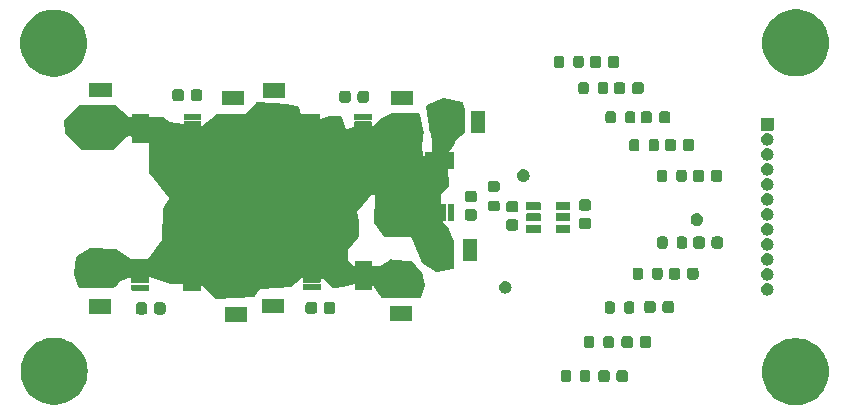
<source format=gts>
%TF.GenerationSoftware,KiCad,Pcbnew,8.0.1*%
%TF.CreationDate,2024-09-25T00:59:11+02:00*%
%TF.ProjectId,speckle_amp_pcb_rev1,73706563-6b6c-4655-9f61-6d705f706362,rev?*%
%TF.SameCoordinates,Original*%
%TF.FileFunction,Soldermask,Top*%
%TF.FilePolarity,Negative*%
%FSLAX46Y46*%
G04 Gerber Fmt 4.6, Leading zero omitted, Abs format (unit mm)*
G04 Created by KiCad (PCBNEW 8.0.1) date 2024-09-25 00:59:11*
%MOMM*%
%LPD*%
G01*
G04 APERTURE LIST*
G04 APERTURE END LIST*
G36*
X213243161Y-116203146D02*
G01*
X213564521Y-116279310D01*
X213874867Y-116392266D01*
X214170000Y-116540488D01*
X214445930Y-116721970D01*
X214698926Y-116934259D01*
X214925566Y-117174483D01*
X215122785Y-117439395D01*
X215287917Y-117725410D01*
X215418727Y-118028663D01*
X215513447Y-118345051D01*
X215570797Y-118670296D01*
X215590000Y-119000000D01*
X215570797Y-119329704D01*
X215513447Y-119654949D01*
X215418727Y-119971337D01*
X215287917Y-120274590D01*
X215122785Y-120560605D01*
X214925566Y-120825517D01*
X214698926Y-121065741D01*
X214445930Y-121278030D01*
X214170000Y-121459512D01*
X213874867Y-121607734D01*
X213564521Y-121720690D01*
X213243161Y-121796854D01*
X212915131Y-121835195D01*
X212584869Y-121835195D01*
X212256839Y-121796854D01*
X211935479Y-121720690D01*
X211625133Y-121607734D01*
X211330000Y-121459512D01*
X211054070Y-121278030D01*
X210801074Y-121065741D01*
X210574434Y-120825517D01*
X210377215Y-120560605D01*
X210212083Y-120274590D01*
X210081273Y-119971337D01*
X209986553Y-119654949D01*
X209929203Y-119329704D01*
X209910000Y-119000000D01*
X209929203Y-118670296D01*
X209986553Y-118345051D01*
X210081273Y-118028663D01*
X210212083Y-117725410D01*
X210377215Y-117439395D01*
X210574434Y-117174483D01*
X210801074Y-116934259D01*
X211054070Y-116721970D01*
X211330000Y-116540488D01*
X211625133Y-116392266D01*
X211935479Y-116279310D01*
X212256839Y-116203146D01*
X212584869Y-116164805D01*
X212915131Y-116164805D01*
X213243161Y-116203146D01*
G37*
G36*
X150468161Y-116178146D02*
G01*
X150789521Y-116254310D01*
X151099867Y-116367266D01*
X151395000Y-116515488D01*
X151670930Y-116696970D01*
X151923926Y-116909259D01*
X152150566Y-117149483D01*
X152347785Y-117414395D01*
X152512917Y-117700410D01*
X152643727Y-118003663D01*
X152738447Y-118320051D01*
X152795797Y-118645296D01*
X152815000Y-118975000D01*
X152795797Y-119304704D01*
X152738447Y-119629949D01*
X152643727Y-119946337D01*
X152512917Y-120249590D01*
X152347785Y-120535605D01*
X152150566Y-120800517D01*
X151923926Y-121040741D01*
X151670930Y-121253030D01*
X151395000Y-121434512D01*
X151099867Y-121582734D01*
X150789521Y-121695690D01*
X150468161Y-121771854D01*
X150140131Y-121810195D01*
X149809869Y-121810195D01*
X149481839Y-121771854D01*
X149160479Y-121695690D01*
X148850133Y-121582734D01*
X148555000Y-121434512D01*
X148279070Y-121253030D01*
X148026074Y-121040741D01*
X147799434Y-120800517D01*
X147602215Y-120535605D01*
X147437083Y-120249590D01*
X147306273Y-119946337D01*
X147211553Y-119629949D01*
X147154203Y-119304704D01*
X147135000Y-118975000D01*
X147154203Y-118645296D01*
X147211553Y-118320051D01*
X147306273Y-118003663D01*
X147437083Y-117700410D01*
X147602215Y-117414395D01*
X147799434Y-117149483D01*
X148026074Y-116909259D01*
X148279070Y-116696970D01*
X148555000Y-116515488D01*
X148850133Y-116367266D01*
X149160479Y-116254310D01*
X149481839Y-116178146D01*
X149809869Y-116139805D01*
X150140131Y-116139805D01*
X150468161Y-116178146D01*
G37*
G36*
X193504047Y-118860805D02*
G01*
X193553118Y-118866498D01*
X193569883Y-118873900D01*
X193591844Y-118878269D01*
X193615354Y-118893978D01*
X193635142Y-118902715D01*
X193648656Y-118916229D01*
X193669706Y-118930294D01*
X193683770Y-118951343D01*
X193697284Y-118964857D01*
X193706020Y-118984643D01*
X193721731Y-119008156D01*
X193726099Y-119030118D01*
X193733501Y-119046881D01*
X193739192Y-119095942D01*
X193740000Y-119100000D01*
X193740000Y-119650000D01*
X193739192Y-119654059D01*
X193733501Y-119703118D01*
X193726099Y-119719879D01*
X193721731Y-119741844D01*
X193706019Y-119765358D01*
X193697284Y-119785142D01*
X193683772Y-119798653D01*
X193669706Y-119819706D01*
X193648653Y-119833772D01*
X193635142Y-119847284D01*
X193615358Y-119856019D01*
X193591844Y-119871731D01*
X193569879Y-119876099D01*
X193553118Y-119883501D01*
X193504059Y-119889192D01*
X193500000Y-119890000D01*
X193100000Y-119890000D01*
X193095942Y-119889192D01*
X193046881Y-119883501D01*
X193030118Y-119876099D01*
X193008156Y-119871731D01*
X192984643Y-119856020D01*
X192964857Y-119847284D01*
X192951343Y-119833770D01*
X192930294Y-119819706D01*
X192916229Y-119798656D01*
X192902715Y-119785142D01*
X192893978Y-119765354D01*
X192878269Y-119741844D01*
X192873900Y-119719883D01*
X192866498Y-119703118D01*
X192860805Y-119654047D01*
X192860000Y-119650000D01*
X192860000Y-119100000D01*
X192860804Y-119095954D01*
X192866498Y-119046881D01*
X192873901Y-119030114D01*
X192878269Y-119008156D01*
X192893976Y-118984647D01*
X192902715Y-118964857D01*
X192916231Y-118951340D01*
X192930294Y-118930294D01*
X192951340Y-118916231D01*
X192964857Y-118902715D01*
X192984647Y-118893976D01*
X193008156Y-118878269D01*
X193030114Y-118873901D01*
X193046881Y-118866498D01*
X193095954Y-118860804D01*
X193100000Y-118860000D01*
X193500000Y-118860000D01*
X193504047Y-118860805D01*
G37*
G36*
X195154047Y-118860805D02*
G01*
X195203118Y-118866498D01*
X195219883Y-118873900D01*
X195241844Y-118878269D01*
X195265354Y-118893978D01*
X195285142Y-118902715D01*
X195298656Y-118916229D01*
X195319706Y-118930294D01*
X195333770Y-118951343D01*
X195347284Y-118964857D01*
X195356020Y-118984643D01*
X195371731Y-119008156D01*
X195376099Y-119030118D01*
X195383501Y-119046881D01*
X195389192Y-119095942D01*
X195390000Y-119100000D01*
X195390000Y-119650000D01*
X195389192Y-119654059D01*
X195383501Y-119703118D01*
X195376099Y-119719879D01*
X195371731Y-119741844D01*
X195356019Y-119765358D01*
X195347284Y-119785142D01*
X195333772Y-119798653D01*
X195319706Y-119819706D01*
X195298653Y-119833772D01*
X195285142Y-119847284D01*
X195265358Y-119856019D01*
X195241844Y-119871731D01*
X195219879Y-119876099D01*
X195203118Y-119883501D01*
X195154059Y-119889192D01*
X195150000Y-119890000D01*
X194750000Y-119890000D01*
X194745942Y-119889192D01*
X194696881Y-119883501D01*
X194680118Y-119876099D01*
X194658156Y-119871731D01*
X194634643Y-119856020D01*
X194614857Y-119847284D01*
X194601343Y-119833770D01*
X194580294Y-119819706D01*
X194566229Y-119798656D01*
X194552715Y-119785142D01*
X194543978Y-119765354D01*
X194528269Y-119741844D01*
X194523900Y-119719883D01*
X194516498Y-119703118D01*
X194510805Y-119654047D01*
X194510000Y-119650000D01*
X194510000Y-119100000D01*
X194510804Y-119095954D01*
X194516498Y-119046881D01*
X194523901Y-119030114D01*
X194528269Y-119008156D01*
X194543976Y-118984647D01*
X194552715Y-118964857D01*
X194566231Y-118951340D01*
X194580294Y-118930294D01*
X194601340Y-118916231D01*
X194614857Y-118902715D01*
X194634647Y-118893976D01*
X194658156Y-118878269D01*
X194680114Y-118873901D01*
X194696881Y-118866498D01*
X194745954Y-118860804D01*
X194750000Y-118860000D01*
X195150000Y-118860000D01*
X195154047Y-118860805D01*
G37*
G36*
X196756408Y-118861274D02*
G01*
X196817371Y-118869300D01*
X196832707Y-118876451D01*
X196851411Y-118880172D01*
X196876185Y-118896725D01*
X196901553Y-118908555D01*
X196916986Y-118923988D01*
X196937383Y-118937617D01*
X196951011Y-118958013D01*
X196966444Y-118973446D01*
X196978272Y-118998812D01*
X196994828Y-119023589D01*
X196998548Y-119042294D01*
X197005699Y-119057628D01*
X197013722Y-119118578D01*
X197015000Y-119125000D01*
X197015000Y-119625000D01*
X197013722Y-119631423D01*
X197005699Y-119692371D01*
X196998549Y-119707703D01*
X196994828Y-119726411D01*
X196978270Y-119751190D01*
X196966444Y-119776553D01*
X196951013Y-119791983D01*
X196937383Y-119812383D01*
X196916983Y-119826013D01*
X196901553Y-119841444D01*
X196876190Y-119853270D01*
X196851411Y-119869828D01*
X196832703Y-119873549D01*
X196817371Y-119880699D01*
X196756423Y-119888722D01*
X196750000Y-119890000D01*
X196300000Y-119890000D01*
X196293578Y-119888722D01*
X196232628Y-119880699D01*
X196217294Y-119873548D01*
X196198589Y-119869828D01*
X196173812Y-119853272D01*
X196148446Y-119841444D01*
X196133013Y-119826011D01*
X196112617Y-119812383D01*
X196098988Y-119791986D01*
X196083555Y-119776553D01*
X196071725Y-119751185D01*
X196055172Y-119726411D01*
X196051451Y-119707707D01*
X196044300Y-119692371D01*
X196036274Y-119631408D01*
X196035000Y-119625000D01*
X196035000Y-119125000D01*
X196036274Y-119118593D01*
X196044300Y-119057628D01*
X196051452Y-119042290D01*
X196055172Y-119023589D01*
X196071724Y-118998816D01*
X196083555Y-118973446D01*
X196098990Y-118958010D01*
X196112617Y-118937617D01*
X196133010Y-118923990D01*
X196148446Y-118908555D01*
X196173816Y-118896724D01*
X196198589Y-118880172D01*
X196217290Y-118876452D01*
X196232628Y-118869300D01*
X196293593Y-118861274D01*
X196300000Y-118860000D01*
X196750000Y-118860000D01*
X196756408Y-118861274D01*
G37*
G36*
X198306408Y-118861274D02*
G01*
X198367371Y-118869300D01*
X198382707Y-118876451D01*
X198401411Y-118880172D01*
X198426185Y-118896725D01*
X198451553Y-118908555D01*
X198466986Y-118923988D01*
X198487383Y-118937617D01*
X198501011Y-118958013D01*
X198516444Y-118973446D01*
X198528272Y-118998812D01*
X198544828Y-119023589D01*
X198548548Y-119042294D01*
X198555699Y-119057628D01*
X198563722Y-119118578D01*
X198565000Y-119125000D01*
X198565000Y-119625000D01*
X198563722Y-119631423D01*
X198555699Y-119692371D01*
X198548549Y-119707703D01*
X198544828Y-119726411D01*
X198528270Y-119751190D01*
X198516444Y-119776553D01*
X198501013Y-119791983D01*
X198487383Y-119812383D01*
X198466983Y-119826013D01*
X198451553Y-119841444D01*
X198426190Y-119853270D01*
X198401411Y-119869828D01*
X198382703Y-119873549D01*
X198367371Y-119880699D01*
X198306423Y-119888722D01*
X198300000Y-119890000D01*
X197850000Y-119890000D01*
X197843578Y-119888722D01*
X197782628Y-119880699D01*
X197767294Y-119873548D01*
X197748589Y-119869828D01*
X197723812Y-119853272D01*
X197698446Y-119841444D01*
X197683013Y-119826011D01*
X197662617Y-119812383D01*
X197648988Y-119791986D01*
X197633555Y-119776553D01*
X197621725Y-119751185D01*
X197605172Y-119726411D01*
X197601451Y-119707707D01*
X197594300Y-119692371D01*
X197586274Y-119631408D01*
X197585000Y-119625000D01*
X197585000Y-119125000D01*
X197586274Y-119118593D01*
X197594300Y-119057628D01*
X197601452Y-119042290D01*
X197605172Y-119023589D01*
X197621724Y-118998816D01*
X197633555Y-118973446D01*
X197648990Y-118958010D01*
X197662617Y-118937617D01*
X197683010Y-118923990D01*
X197698446Y-118908555D01*
X197723816Y-118896724D01*
X197748589Y-118880172D01*
X197767290Y-118876452D01*
X197782628Y-118869300D01*
X197843593Y-118861274D01*
X197850000Y-118860000D01*
X198300000Y-118860000D01*
X198306408Y-118861274D01*
G37*
G36*
X195479047Y-115985805D02*
G01*
X195528118Y-115991498D01*
X195544883Y-115998900D01*
X195566844Y-116003269D01*
X195590354Y-116018978D01*
X195610142Y-116027715D01*
X195623656Y-116041229D01*
X195644706Y-116055294D01*
X195658770Y-116076343D01*
X195672284Y-116089857D01*
X195681020Y-116109643D01*
X195696731Y-116133156D01*
X195701099Y-116155118D01*
X195708501Y-116171881D01*
X195714192Y-116220942D01*
X195715000Y-116225000D01*
X195715000Y-116775000D01*
X195714192Y-116779059D01*
X195708501Y-116828118D01*
X195701099Y-116844879D01*
X195696731Y-116866844D01*
X195681019Y-116890358D01*
X195672284Y-116910142D01*
X195658772Y-116923653D01*
X195644706Y-116944706D01*
X195623653Y-116958772D01*
X195610142Y-116972284D01*
X195590358Y-116981019D01*
X195566844Y-116996731D01*
X195544879Y-117001099D01*
X195528118Y-117008501D01*
X195479059Y-117014192D01*
X195475000Y-117015000D01*
X195075000Y-117015000D01*
X195070942Y-117014192D01*
X195021881Y-117008501D01*
X195005118Y-117001099D01*
X194983156Y-116996731D01*
X194959643Y-116981020D01*
X194939857Y-116972284D01*
X194926343Y-116958770D01*
X194905294Y-116944706D01*
X194891229Y-116923656D01*
X194877715Y-116910142D01*
X194868978Y-116890354D01*
X194853269Y-116866844D01*
X194848900Y-116844883D01*
X194841498Y-116828118D01*
X194835805Y-116779047D01*
X194835000Y-116775000D01*
X194835000Y-116225000D01*
X194835804Y-116220954D01*
X194841498Y-116171881D01*
X194848901Y-116155114D01*
X194853269Y-116133156D01*
X194868976Y-116109647D01*
X194877715Y-116089857D01*
X194891231Y-116076340D01*
X194905294Y-116055294D01*
X194926340Y-116041231D01*
X194939857Y-116027715D01*
X194959647Y-116018976D01*
X194983156Y-116003269D01*
X195005114Y-115998901D01*
X195021881Y-115991498D01*
X195070954Y-115985804D01*
X195075000Y-115985000D01*
X195475000Y-115985000D01*
X195479047Y-115985805D01*
G37*
G36*
X197129047Y-115985805D02*
G01*
X197178118Y-115991498D01*
X197194883Y-115998900D01*
X197216844Y-116003269D01*
X197240354Y-116018978D01*
X197260142Y-116027715D01*
X197273656Y-116041229D01*
X197294706Y-116055294D01*
X197308770Y-116076343D01*
X197322284Y-116089857D01*
X197331020Y-116109643D01*
X197346731Y-116133156D01*
X197351099Y-116155118D01*
X197358501Y-116171881D01*
X197364192Y-116220942D01*
X197365000Y-116225000D01*
X197365000Y-116775000D01*
X197364192Y-116779059D01*
X197358501Y-116828118D01*
X197351099Y-116844879D01*
X197346731Y-116866844D01*
X197331019Y-116890358D01*
X197322284Y-116910142D01*
X197308772Y-116923653D01*
X197294706Y-116944706D01*
X197273653Y-116958772D01*
X197260142Y-116972284D01*
X197240358Y-116981019D01*
X197216844Y-116996731D01*
X197194879Y-117001099D01*
X197178118Y-117008501D01*
X197129059Y-117014192D01*
X197125000Y-117015000D01*
X196725000Y-117015000D01*
X196720942Y-117014192D01*
X196671881Y-117008501D01*
X196655118Y-117001099D01*
X196633156Y-116996731D01*
X196609643Y-116981020D01*
X196589857Y-116972284D01*
X196576343Y-116958770D01*
X196555294Y-116944706D01*
X196541229Y-116923656D01*
X196527715Y-116910142D01*
X196518978Y-116890354D01*
X196503269Y-116866844D01*
X196498900Y-116844883D01*
X196491498Y-116828118D01*
X196485805Y-116779047D01*
X196485000Y-116775000D01*
X196485000Y-116225000D01*
X196485804Y-116220954D01*
X196491498Y-116171881D01*
X196498901Y-116155114D01*
X196503269Y-116133156D01*
X196518976Y-116109647D01*
X196527715Y-116089857D01*
X196541231Y-116076340D01*
X196555294Y-116055294D01*
X196576340Y-116041231D01*
X196589857Y-116027715D01*
X196609647Y-116018976D01*
X196633156Y-116003269D01*
X196655114Y-115998901D01*
X196671881Y-115991498D01*
X196720954Y-115985804D01*
X196725000Y-115985000D01*
X197125000Y-115985000D01*
X197129047Y-115985805D01*
G37*
G36*
X198731408Y-115986274D02*
G01*
X198792371Y-115994300D01*
X198807707Y-116001451D01*
X198826411Y-116005172D01*
X198851185Y-116021725D01*
X198876553Y-116033555D01*
X198891986Y-116048988D01*
X198912383Y-116062617D01*
X198926011Y-116083013D01*
X198941444Y-116098446D01*
X198953272Y-116123812D01*
X198969828Y-116148589D01*
X198973548Y-116167294D01*
X198980699Y-116182628D01*
X198988722Y-116243578D01*
X198990000Y-116250000D01*
X198990000Y-116750000D01*
X198988722Y-116756423D01*
X198980699Y-116817371D01*
X198973549Y-116832703D01*
X198969828Y-116851411D01*
X198953270Y-116876190D01*
X198941444Y-116901553D01*
X198926013Y-116916983D01*
X198912383Y-116937383D01*
X198891983Y-116951013D01*
X198876553Y-116966444D01*
X198851190Y-116978270D01*
X198826411Y-116994828D01*
X198807703Y-116998549D01*
X198792371Y-117005699D01*
X198731423Y-117013722D01*
X198725000Y-117015000D01*
X198275000Y-117015000D01*
X198268578Y-117013722D01*
X198207628Y-117005699D01*
X198192294Y-116998548D01*
X198173589Y-116994828D01*
X198148812Y-116978272D01*
X198123446Y-116966444D01*
X198108013Y-116951011D01*
X198087617Y-116937383D01*
X198073988Y-116916986D01*
X198058555Y-116901553D01*
X198046725Y-116876185D01*
X198030172Y-116851411D01*
X198026451Y-116832707D01*
X198019300Y-116817371D01*
X198011274Y-116756408D01*
X198010000Y-116750000D01*
X198010000Y-116250000D01*
X198011274Y-116243593D01*
X198019300Y-116182628D01*
X198026452Y-116167290D01*
X198030172Y-116148589D01*
X198046724Y-116123816D01*
X198058555Y-116098446D01*
X198073990Y-116083010D01*
X198087617Y-116062617D01*
X198108010Y-116048990D01*
X198123446Y-116033555D01*
X198148816Y-116021724D01*
X198173589Y-116005172D01*
X198192290Y-116001452D01*
X198207628Y-115994300D01*
X198268593Y-115986274D01*
X198275000Y-115985000D01*
X198725000Y-115985000D01*
X198731408Y-115986274D01*
G37*
G36*
X200281408Y-115986274D02*
G01*
X200342371Y-115994300D01*
X200357707Y-116001451D01*
X200376411Y-116005172D01*
X200401185Y-116021725D01*
X200426553Y-116033555D01*
X200441986Y-116048988D01*
X200462383Y-116062617D01*
X200476011Y-116083013D01*
X200491444Y-116098446D01*
X200503272Y-116123812D01*
X200519828Y-116148589D01*
X200523548Y-116167294D01*
X200530699Y-116182628D01*
X200538722Y-116243578D01*
X200540000Y-116250000D01*
X200540000Y-116750000D01*
X200538722Y-116756423D01*
X200530699Y-116817371D01*
X200523549Y-116832703D01*
X200519828Y-116851411D01*
X200503270Y-116876190D01*
X200491444Y-116901553D01*
X200476013Y-116916983D01*
X200462383Y-116937383D01*
X200441983Y-116951013D01*
X200426553Y-116966444D01*
X200401190Y-116978270D01*
X200376411Y-116994828D01*
X200357703Y-116998549D01*
X200342371Y-117005699D01*
X200281423Y-117013722D01*
X200275000Y-117015000D01*
X199825000Y-117015000D01*
X199818578Y-117013722D01*
X199757628Y-117005699D01*
X199742294Y-116998548D01*
X199723589Y-116994828D01*
X199698812Y-116978272D01*
X199673446Y-116966444D01*
X199658013Y-116951011D01*
X199637617Y-116937383D01*
X199623988Y-116916986D01*
X199608555Y-116901553D01*
X199596725Y-116876185D01*
X199580172Y-116851411D01*
X199576451Y-116832707D01*
X199569300Y-116817371D01*
X199561274Y-116756408D01*
X199560000Y-116750000D01*
X199560000Y-116250000D01*
X199561274Y-116243593D01*
X199569300Y-116182628D01*
X199576452Y-116167290D01*
X199580172Y-116148589D01*
X199596724Y-116123816D01*
X199608555Y-116098446D01*
X199623990Y-116083010D01*
X199637617Y-116062617D01*
X199658010Y-116048990D01*
X199673446Y-116033555D01*
X199698816Y-116021724D01*
X199723589Y-116005172D01*
X199742290Y-116001452D01*
X199757628Y-115994300D01*
X199818593Y-115986274D01*
X199825000Y-115985000D01*
X200275000Y-115985000D01*
X200281408Y-115986274D01*
G37*
G36*
X166265307Y-113538045D02*
G01*
X166278284Y-113546716D01*
X166286955Y-113559693D01*
X166290000Y-113575000D01*
X166290000Y-114725000D01*
X166286955Y-114740307D01*
X166278284Y-114753284D01*
X166265307Y-114761955D01*
X166250000Y-114765000D01*
X164450000Y-114765000D01*
X164434693Y-114761955D01*
X164421716Y-114753284D01*
X164413045Y-114740307D01*
X164410000Y-114725000D01*
X164410000Y-113575000D01*
X164413045Y-113559693D01*
X164421716Y-113546716D01*
X164434693Y-113538045D01*
X164450000Y-113535000D01*
X166250000Y-113535000D01*
X166265307Y-113538045D01*
G37*
G36*
X180265307Y-113488045D02*
G01*
X180278284Y-113496716D01*
X180286955Y-113509693D01*
X180290000Y-113525000D01*
X180290000Y-114675000D01*
X180286955Y-114690307D01*
X180278284Y-114703284D01*
X180265307Y-114711955D01*
X180250000Y-114715000D01*
X178450000Y-114715000D01*
X178434693Y-114711955D01*
X178421716Y-114703284D01*
X178413045Y-114690307D01*
X178410000Y-114675000D01*
X178410000Y-113525000D01*
X178413045Y-113509693D01*
X178421716Y-113496716D01*
X178434693Y-113488045D01*
X178450000Y-113485000D01*
X180250000Y-113485000D01*
X180265307Y-113488045D01*
G37*
G36*
X157606408Y-113136274D02*
G01*
X157667371Y-113144300D01*
X157682707Y-113151451D01*
X157701411Y-113155172D01*
X157726185Y-113171725D01*
X157751553Y-113183555D01*
X157766986Y-113198988D01*
X157787383Y-113212617D01*
X157801011Y-113233013D01*
X157816444Y-113248446D01*
X157828272Y-113273812D01*
X157844828Y-113298589D01*
X157848548Y-113317294D01*
X157855699Y-113332628D01*
X157863722Y-113393578D01*
X157865000Y-113400000D01*
X157865000Y-113900000D01*
X157863722Y-113906423D01*
X157855699Y-113967371D01*
X157848549Y-113982703D01*
X157844828Y-114001411D01*
X157828270Y-114026190D01*
X157816444Y-114051553D01*
X157801013Y-114066983D01*
X157787383Y-114087383D01*
X157766983Y-114101013D01*
X157751553Y-114116444D01*
X157726190Y-114128270D01*
X157701411Y-114144828D01*
X157682703Y-114148549D01*
X157667371Y-114155699D01*
X157606423Y-114163722D01*
X157600000Y-114165000D01*
X157150000Y-114165000D01*
X157143578Y-114163722D01*
X157082628Y-114155699D01*
X157067294Y-114148548D01*
X157048589Y-114144828D01*
X157023812Y-114128272D01*
X156998446Y-114116444D01*
X156983013Y-114101011D01*
X156962617Y-114087383D01*
X156948988Y-114066986D01*
X156933555Y-114051553D01*
X156921725Y-114026185D01*
X156905172Y-114001411D01*
X156901451Y-113982707D01*
X156894300Y-113967371D01*
X156886274Y-113906408D01*
X156885000Y-113900000D01*
X156885000Y-113400000D01*
X156886274Y-113393593D01*
X156894300Y-113332628D01*
X156901452Y-113317290D01*
X156905172Y-113298589D01*
X156921724Y-113273816D01*
X156933555Y-113248446D01*
X156948990Y-113233010D01*
X156962617Y-113212617D01*
X156983010Y-113198990D01*
X156998446Y-113183555D01*
X157023816Y-113171724D01*
X157048589Y-113155172D01*
X157067290Y-113151452D01*
X157082628Y-113144300D01*
X157143593Y-113136274D01*
X157150000Y-113135000D01*
X157600000Y-113135000D01*
X157606408Y-113136274D01*
G37*
G36*
X159156408Y-113136274D02*
G01*
X159217371Y-113144300D01*
X159232707Y-113151451D01*
X159251411Y-113155172D01*
X159276185Y-113171725D01*
X159301553Y-113183555D01*
X159316986Y-113198988D01*
X159337383Y-113212617D01*
X159351011Y-113233013D01*
X159366444Y-113248446D01*
X159378272Y-113273812D01*
X159394828Y-113298589D01*
X159398548Y-113317294D01*
X159405699Y-113332628D01*
X159413722Y-113393578D01*
X159415000Y-113400000D01*
X159415000Y-113900000D01*
X159413722Y-113906423D01*
X159405699Y-113967371D01*
X159398549Y-113982703D01*
X159394828Y-114001411D01*
X159378270Y-114026190D01*
X159366444Y-114051553D01*
X159351013Y-114066983D01*
X159337383Y-114087383D01*
X159316983Y-114101013D01*
X159301553Y-114116444D01*
X159276190Y-114128270D01*
X159251411Y-114144828D01*
X159232703Y-114148549D01*
X159217371Y-114155699D01*
X159156423Y-114163722D01*
X159150000Y-114165000D01*
X158700000Y-114165000D01*
X158693578Y-114163722D01*
X158632628Y-114155699D01*
X158617294Y-114148548D01*
X158598589Y-114144828D01*
X158573812Y-114128272D01*
X158548446Y-114116444D01*
X158533013Y-114101011D01*
X158512617Y-114087383D01*
X158498988Y-114066986D01*
X158483555Y-114051553D01*
X158471725Y-114026185D01*
X158455172Y-114001411D01*
X158451451Y-113982707D01*
X158444300Y-113967371D01*
X158436274Y-113906408D01*
X158435000Y-113900000D01*
X158435000Y-113400000D01*
X158436274Y-113393593D01*
X158444300Y-113332628D01*
X158451452Y-113317290D01*
X158455172Y-113298589D01*
X158471724Y-113273816D01*
X158483555Y-113248446D01*
X158498990Y-113233010D01*
X158512617Y-113212617D01*
X158533010Y-113198990D01*
X158548446Y-113183555D01*
X158573816Y-113171724D01*
X158598589Y-113155172D01*
X158617290Y-113151452D01*
X158632628Y-113144300D01*
X158693593Y-113136274D01*
X158700000Y-113135000D01*
X159150000Y-113135000D01*
X159156408Y-113136274D01*
G37*
G36*
X171981408Y-113086274D02*
G01*
X172042371Y-113094300D01*
X172057707Y-113101451D01*
X172076411Y-113105172D01*
X172101185Y-113121725D01*
X172126553Y-113133555D01*
X172141986Y-113148988D01*
X172162383Y-113162617D01*
X172176011Y-113183013D01*
X172191444Y-113198446D01*
X172203272Y-113223812D01*
X172219828Y-113248589D01*
X172223548Y-113267294D01*
X172230699Y-113282628D01*
X172238722Y-113343578D01*
X172240000Y-113350000D01*
X172240000Y-113850000D01*
X172238722Y-113856423D01*
X172230699Y-113917371D01*
X172223549Y-113932703D01*
X172219828Y-113951411D01*
X172203270Y-113976190D01*
X172191444Y-114001553D01*
X172176013Y-114016983D01*
X172162383Y-114037383D01*
X172141983Y-114051013D01*
X172126553Y-114066444D01*
X172101190Y-114078270D01*
X172076411Y-114094828D01*
X172057703Y-114098549D01*
X172042371Y-114105699D01*
X171981423Y-114113722D01*
X171975000Y-114115000D01*
X171525000Y-114115000D01*
X171518578Y-114113722D01*
X171457628Y-114105699D01*
X171442294Y-114098548D01*
X171423589Y-114094828D01*
X171398812Y-114078272D01*
X171373446Y-114066444D01*
X171358013Y-114051011D01*
X171337617Y-114037383D01*
X171323988Y-114016986D01*
X171308555Y-114001553D01*
X171296725Y-113976185D01*
X171280172Y-113951411D01*
X171276451Y-113932707D01*
X171269300Y-113917371D01*
X171261274Y-113856408D01*
X171260000Y-113850000D01*
X171260000Y-113350000D01*
X171261274Y-113343593D01*
X171269300Y-113282628D01*
X171276452Y-113267290D01*
X171280172Y-113248589D01*
X171296724Y-113223816D01*
X171308555Y-113198446D01*
X171323990Y-113183010D01*
X171337617Y-113162617D01*
X171358010Y-113148990D01*
X171373446Y-113133555D01*
X171398816Y-113121724D01*
X171423589Y-113105172D01*
X171442290Y-113101452D01*
X171457628Y-113094300D01*
X171518593Y-113086274D01*
X171525000Y-113085000D01*
X171975000Y-113085000D01*
X171981408Y-113086274D01*
G37*
G36*
X173531408Y-113086274D02*
G01*
X173592371Y-113094300D01*
X173607707Y-113101451D01*
X173626411Y-113105172D01*
X173651185Y-113121725D01*
X173676553Y-113133555D01*
X173691986Y-113148988D01*
X173712383Y-113162617D01*
X173726011Y-113183013D01*
X173741444Y-113198446D01*
X173753272Y-113223812D01*
X173769828Y-113248589D01*
X173773548Y-113267294D01*
X173780699Y-113282628D01*
X173788722Y-113343578D01*
X173790000Y-113350000D01*
X173790000Y-113850000D01*
X173788722Y-113856423D01*
X173780699Y-113917371D01*
X173773549Y-113932703D01*
X173769828Y-113951411D01*
X173753270Y-113976190D01*
X173741444Y-114001553D01*
X173726013Y-114016983D01*
X173712383Y-114037383D01*
X173691983Y-114051013D01*
X173676553Y-114066444D01*
X173651190Y-114078270D01*
X173626411Y-114094828D01*
X173607703Y-114098549D01*
X173592371Y-114105699D01*
X173531423Y-114113722D01*
X173525000Y-114115000D01*
X173075000Y-114115000D01*
X173068578Y-114113722D01*
X173007628Y-114105699D01*
X172992294Y-114098548D01*
X172973589Y-114094828D01*
X172948812Y-114078272D01*
X172923446Y-114066444D01*
X172908013Y-114051011D01*
X172887617Y-114037383D01*
X172873988Y-114016986D01*
X172858555Y-114001553D01*
X172846725Y-113976185D01*
X172830172Y-113951411D01*
X172826451Y-113932707D01*
X172819300Y-113917371D01*
X172811274Y-113856408D01*
X172810000Y-113850000D01*
X172810000Y-113350000D01*
X172811274Y-113343593D01*
X172819300Y-113282628D01*
X172826452Y-113267290D01*
X172830172Y-113248589D01*
X172846724Y-113223816D01*
X172858555Y-113198446D01*
X172873990Y-113183010D01*
X172887617Y-113162617D01*
X172908010Y-113148990D01*
X172923446Y-113133555D01*
X172948816Y-113121724D01*
X172973589Y-113105172D01*
X172992290Y-113101452D01*
X173007628Y-113094300D01*
X173068593Y-113086274D01*
X173075000Y-113085000D01*
X173525000Y-113085000D01*
X173531408Y-113086274D01*
G37*
G36*
X154805307Y-112878045D02*
G01*
X154818284Y-112886716D01*
X154826955Y-112899693D01*
X154830000Y-112915000D01*
X154830000Y-114065000D01*
X154826955Y-114080307D01*
X154818284Y-114093284D01*
X154805307Y-114101955D01*
X154790000Y-114105000D01*
X152990000Y-114105000D01*
X152974693Y-114101955D01*
X152961716Y-114093284D01*
X152953045Y-114080307D01*
X152950000Y-114065000D01*
X152950000Y-112915000D01*
X152953045Y-112899693D01*
X152961716Y-112886716D01*
X152974693Y-112878045D01*
X152990000Y-112875000D01*
X154790000Y-112875000D01*
X154805307Y-112878045D01*
G37*
G36*
X197229047Y-113060805D02*
G01*
X197278118Y-113066498D01*
X197294883Y-113073900D01*
X197316844Y-113078269D01*
X197340354Y-113093978D01*
X197360142Y-113102715D01*
X197373656Y-113116229D01*
X197394706Y-113130294D01*
X197408770Y-113151343D01*
X197422284Y-113164857D01*
X197431020Y-113184643D01*
X197446731Y-113208156D01*
X197451099Y-113230118D01*
X197458501Y-113246881D01*
X197464192Y-113295942D01*
X197465000Y-113300000D01*
X197465000Y-113850000D01*
X197464192Y-113854059D01*
X197458501Y-113903118D01*
X197451099Y-113919879D01*
X197446731Y-113941844D01*
X197431019Y-113965358D01*
X197422284Y-113985142D01*
X197408772Y-113998653D01*
X197394706Y-114019706D01*
X197373653Y-114033772D01*
X197360142Y-114047284D01*
X197340358Y-114056019D01*
X197316844Y-114071731D01*
X197294879Y-114076099D01*
X197278118Y-114083501D01*
X197229059Y-114089192D01*
X197225000Y-114090000D01*
X196825000Y-114090000D01*
X196820942Y-114089192D01*
X196771881Y-114083501D01*
X196755118Y-114076099D01*
X196733156Y-114071731D01*
X196709643Y-114056020D01*
X196689857Y-114047284D01*
X196676343Y-114033770D01*
X196655294Y-114019706D01*
X196641229Y-113998656D01*
X196627715Y-113985142D01*
X196618978Y-113965354D01*
X196603269Y-113941844D01*
X196598900Y-113919883D01*
X196591498Y-113903118D01*
X196585805Y-113854047D01*
X196585000Y-113850000D01*
X196585000Y-113300000D01*
X196585804Y-113295954D01*
X196591498Y-113246881D01*
X196598901Y-113230114D01*
X196603269Y-113208156D01*
X196618976Y-113184647D01*
X196627715Y-113164857D01*
X196641231Y-113151340D01*
X196655294Y-113130294D01*
X196676340Y-113116231D01*
X196689857Y-113102715D01*
X196709647Y-113093976D01*
X196733156Y-113078269D01*
X196755114Y-113073901D01*
X196771881Y-113066498D01*
X196820954Y-113060804D01*
X196825000Y-113060000D01*
X197225000Y-113060000D01*
X197229047Y-113060805D01*
G37*
G36*
X198879047Y-113060805D02*
G01*
X198928118Y-113066498D01*
X198944883Y-113073900D01*
X198966844Y-113078269D01*
X198990354Y-113093978D01*
X199010142Y-113102715D01*
X199023656Y-113116229D01*
X199044706Y-113130294D01*
X199058770Y-113151343D01*
X199072284Y-113164857D01*
X199081020Y-113184643D01*
X199096731Y-113208156D01*
X199101099Y-113230118D01*
X199108501Y-113246881D01*
X199114192Y-113295942D01*
X199115000Y-113300000D01*
X199115000Y-113850000D01*
X199114192Y-113854059D01*
X199108501Y-113903118D01*
X199101099Y-113919879D01*
X199096731Y-113941844D01*
X199081019Y-113965358D01*
X199072284Y-113985142D01*
X199058772Y-113998653D01*
X199044706Y-114019706D01*
X199023653Y-114033772D01*
X199010142Y-114047284D01*
X198990358Y-114056019D01*
X198966844Y-114071731D01*
X198944879Y-114076099D01*
X198928118Y-114083501D01*
X198879059Y-114089192D01*
X198875000Y-114090000D01*
X198475000Y-114090000D01*
X198470942Y-114089192D01*
X198421881Y-114083501D01*
X198405118Y-114076099D01*
X198383156Y-114071731D01*
X198359643Y-114056020D01*
X198339857Y-114047284D01*
X198326343Y-114033770D01*
X198305294Y-114019706D01*
X198291229Y-113998656D01*
X198277715Y-113985142D01*
X198268978Y-113965354D01*
X198253269Y-113941844D01*
X198248900Y-113919883D01*
X198241498Y-113903118D01*
X198235805Y-113854047D01*
X198235000Y-113850000D01*
X198235000Y-113300000D01*
X198235804Y-113295954D01*
X198241498Y-113246881D01*
X198248901Y-113230114D01*
X198253269Y-113208156D01*
X198268976Y-113184647D01*
X198277715Y-113164857D01*
X198291231Y-113151340D01*
X198305294Y-113130294D01*
X198326340Y-113116231D01*
X198339857Y-113102715D01*
X198359647Y-113093976D01*
X198383156Y-113078269D01*
X198405114Y-113073901D01*
X198421881Y-113066498D01*
X198470954Y-113060804D01*
X198475000Y-113060000D01*
X198875000Y-113060000D01*
X198879047Y-113060805D01*
G37*
G36*
X169396507Y-112838045D02*
G01*
X169409484Y-112846716D01*
X169418155Y-112859693D01*
X169421200Y-112875000D01*
X169421200Y-114025000D01*
X169418155Y-114040307D01*
X169409484Y-114053284D01*
X169396507Y-114061955D01*
X169381200Y-114065000D01*
X167581200Y-114065000D01*
X167565893Y-114061955D01*
X167552916Y-114053284D01*
X167544245Y-114040307D01*
X167541200Y-114025000D01*
X167541200Y-112875000D01*
X167544245Y-112859693D01*
X167552916Y-112846716D01*
X167565893Y-112838045D01*
X167581200Y-112835000D01*
X169381200Y-112835000D01*
X169396507Y-112838045D01*
G37*
G36*
X200656408Y-113011274D02*
G01*
X200717371Y-113019300D01*
X200732707Y-113026451D01*
X200751411Y-113030172D01*
X200776185Y-113046725D01*
X200801553Y-113058555D01*
X200816986Y-113073988D01*
X200837383Y-113087617D01*
X200851011Y-113108013D01*
X200866444Y-113123446D01*
X200878272Y-113148812D01*
X200894828Y-113173589D01*
X200898548Y-113192294D01*
X200905699Y-113207628D01*
X200913722Y-113268578D01*
X200915000Y-113275000D01*
X200915000Y-113775000D01*
X200913722Y-113781423D01*
X200905699Y-113842371D01*
X200898549Y-113857703D01*
X200894828Y-113876411D01*
X200878270Y-113901190D01*
X200866444Y-113926553D01*
X200851013Y-113941983D01*
X200837383Y-113962383D01*
X200816983Y-113976013D01*
X200801553Y-113991444D01*
X200776190Y-114003270D01*
X200751411Y-114019828D01*
X200732703Y-114023549D01*
X200717371Y-114030699D01*
X200656423Y-114038722D01*
X200650000Y-114040000D01*
X200200000Y-114040000D01*
X200193578Y-114038722D01*
X200132628Y-114030699D01*
X200117294Y-114023548D01*
X200098589Y-114019828D01*
X200073812Y-114003272D01*
X200048446Y-113991444D01*
X200033013Y-113976011D01*
X200012617Y-113962383D01*
X199998988Y-113941986D01*
X199983555Y-113926553D01*
X199971725Y-113901185D01*
X199955172Y-113876411D01*
X199951451Y-113857707D01*
X199944300Y-113842371D01*
X199936274Y-113781408D01*
X199935000Y-113775000D01*
X199935000Y-113275000D01*
X199936274Y-113268593D01*
X199944300Y-113207628D01*
X199951452Y-113192290D01*
X199955172Y-113173589D01*
X199971724Y-113148816D01*
X199983555Y-113123446D01*
X199998990Y-113108010D01*
X200012617Y-113087617D01*
X200033010Y-113073990D01*
X200048446Y-113058555D01*
X200073816Y-113046724D01*
X200098589Y-113030172D01*
X200117290Y-113026452D01*
X200132628Y-113019300D01*
X200193593Y-113011274D01*
X200200000Y-113010000D01*
X200650000Y-113010000D01*
X200656408Y-113011274D01*
G37*
G36*
X202206408Y-113011274D02*
G01*
X202267371Y-113019300D01*
X202282707Y-113026451D01*
X202301411Y-113030172D01*
X202326185Y-113046725D01*
X202351553Y-113058555D01*
X202366986Y-113073988D01*
X202387383Y-113087617D01*
X202401011Y-113108013D01*
X202416444Y-113123446D01*
X202428272Y-113148812D01*
X202444828Y-113173589D01*
X202448548Y-113192294D01*
X202455699Y-113207628D01*
X202463722Y-113268578D01*
X202465000Y-113275000D01*
X202465000Y-113775000D01*
X202463722Y-113781423D01*
X202455699Y-113842371D01*
X202448549Y-113857703D01*
X202444828Y-113876411D01*
X202428270Y-113901190D01*
X202416444Y-113926553D01*
X202401013Y-113941983D01*
X202387383Y-113962383D01*
X202366983Y-113976013D01*
X202351553Y-113991444D01*
X202326190Y-114003270D01*
X202301411Y-114019828D01*
X202282703Y-114023549D01*
X202267371Y-114030699D01*
X202206423Y-114038722D01*
X202200000Y-114040000D01*
X201750000Y-114040000D01*
X201743578Y-114038722D01*
X201682628Y-114030699D01*
X201667294Y-114023548D01*
X201648589Y-114019828D01*
X201623812Y-114003272D01*
X201598446Y-113991444D01*
X201583013Y-113976011D01*
X201562617Y-113962383D01*
X201548988Y-113941986D01*
X201533555Y-113926553D01*
X201521725Y-113901185D01*
X201505172Y-113876411D01*
X201501451Y-113857707D01*
X201494300Y-113842371D01*
X201486274Y-113781408D01*
X201485000Y-113775000D01*
X201485000Y-113275000D01*
X201486274Y-113268593D01*
X201494300Y-113207628D01*
X201501452Y-113192290D01*
X201505172Y-113173589D01*
X201521724Y-113148816D01*
X201533555Y-113123446D01*
X201548990Y-113108010D01*
X201562617Y-113087617D01*
X201583010Y-113073990D01*
X201598446Y-113058555D01*
X201623816Y-113046724D01*
X201648589Y-113030172D01*
X201667290Y-113026452D01*
X201682628Y-113019300D01*
X201743593Y-113011274D01*
X201750000Y-113010000D01*
X202200000Y-113010000D01*
X202206408Y-113011274D01*
G37*
G36*
X182969774Y-95846933D02*
G01*
X182969952Y-95846913D01*
X182971010Y-95847117D01*
X182971018Y-95847119D01*
X184513491Y-96145662D01*
X184513492Y-96145662D01*
X184519952Y-96146913D01*
X184548418Y-96162662D01*
X184567666Y-96172031D01*
X184569047Y-96174075D01*
X184576735Y-96178329D01*
X184599612Y-96216796D01*
X184799612Y-96816796D01*
X184805000Y-96850000D01*
X184805000Y-98750000D01*
X184794938Y-98780965D01*
X184788992Y-98803158D01*
X184786997Y-98805407D01*
X184784947Y-98811717D01*
X184763000Y-98834000D01*
X184434999Y-99080000D01*
X183992270Y-99412047D01*
X183983902Y-99422965D01*
X183917088Y-99590000D01*
X183797490Y-99888996D01*
X183778046Y-99920241D01*
X183644702Y-100068400D01*
X183423946Y-100313685D01*
X183450362Y-100373000D01*
X183803400Y-100373000D01*
X183818707Y-100376045D01*
X183831684Y-100384716D01*
X183840355Y-100397693D01*
X183843400Y-100413000D01*
X183843400Y-101813000D01*
X183840355Y-101828307D01*
X183831684Y-101841284D01*
X183818707Y-101849955D01*
X183803400Y-101853000D01*
X183353400Y-101853000D01*
X183353395Y-101852999D01*
X183344630Y-101852999D01*
X183314832Y-101886160D01*
X183453701Y-103182267D01*
X183454402Y-103188814D01*
X183447696Y-103220677D01*
X183444147Y-103243383D01*
X183442401Y-103245835D01*
X183441038Y-103252317D01*
X183421643Y-103276761D01*
X183289833Y-103399783D01*
X182714548Y-103936717D01*
X182706250Y-103956393D01*
X182723124Y-104732628D01*
X182723382Y-104744476D01*
X182752533Y-104773000D01*
X183153400Y-104773000D01*
X183168707Y-104776045D01*
X183181684Y-104784716D01*
X183190355Y-104797693D01*
X183193400Y-104813000D01*
X183193400Y-106213000D01*
X183190355Y-106228307D01*
X183181684Y-106241284D01*
X183168707Y-106249955D01*
X183153400Y-106253000D01*
X182897163Y-106253000D01*
X182869824Y-106309343D01*
X183382477Y-106960018D01*
X183394420Y-106979066D01*
X183844420Y-107904066D01*
X183855000Y-107950000D01*
X183855000Y-110175000D01*
X183844938Y-110205964D01*
X183839405Y-110226617D01*
X183837662Y-110228359D01*
X183834947Y-110236717D01*
X183814314Y-110251707D01*
X183799609Y-110266413D01*
X183787768Y-110270994D01*
X183782447Y-110274861D01*
X183772383Y-110277587D01*
X182397383Y-110577587D01*
X182364972Y-110574356D01*
X182340271Y-110573195D01*
X182336803Y-110571548D01*
X182332809Y-110571150D01*
X182317642Y-110562949D01*
X181167642Y-109812949D01*
X181136337Y-109775495D01*
X181128968Y-109767279D01*
X181128341Y-109765929D01*
X181128269Y-109765842D01*
X181127940Y-109765064D01*
X181127934Y-109765050D01*
X180357358Y-107940000D01*
X180213227Y-107598639D01*
X180187426Y-107581928D01*
X179813383Y-107590059D01*
X177977282Y-107629975D01*
X177946099Y-107620587D01*
X177924310Y-107615254D01*
X177922206Y-107613394D01*
X177915143Y-107611268D01*
X177889826Y-107586404D01*
X177886567Y-107581883D01*
X177886563Y-107581880D01*
X177118676Y-106516745D01*
X177118675Y-106516743D01*
X177114826Y-106511404D01*
X177104882Y-106480412D01*
X177095374Y-106455366D01*
X177095130Y-106450015D01*
X177095001Y-106449613D01*
X177095005Y-106448950D01*
X177119013Y-104048023D01*
X177099423Y-104021219D01*
X176949754Y-103975167D01*
X176921608Y-103982949D01*
X176546263Y-104399999D01*
X175671207Y-105372284D01*
X175667097Y-105376850D01*
X175660533Y-105397063D01*
X175754423Y-106289008D01*
X175755000Y-106300000D01*
X175755000Y-107600000D01*
X175744938Y-107630964D01*
X175738178Y-107656196D01*
X175735465Y-107660121D01*
X175734947Y-107661717D01*
X175731266Y-107666490D01*
X174860819Y-108730368D01*
X174855000Y-108746673D01*
X174855000Y-109552654D01*
X174860973Y-109569151D01*
X175291312Y-110085559D01*
X175311469Y-110095000D01*
X175423712Y-110095000D01*
X175453000Y-110065712D01*
X175453000Y-109669600D01*
X175456045Y-109654293D01*
X175464716Y-109641316D01*
X175477693Y-109632645D01*
X175493000Y-109629600D01*
X176893000Y-109629600D01*
X176908307Y-109632645D01*
X176921284Y-109641316D01*
X176929955Y-109654293D01*
X176933000Y-109669600D01*
X176933000Y-109935000D01*
X176933000Y-110065711D01*
X176962289Y-110095000D01*
X177559533Y-110095000D01*
X177573993Y-110090518D01*
X178415620Y-109513403D01*
X178446837Y-109504192D01*
X178471440Y-109495509D01*
X178476181Y-109495534D01*
X178477860Y-109495039D01*
X178484229Y-109495406D01*
X178688195Y-109513403D01*
X180177670Y-109644827D01*
X180184229Y-109645406D01*
X180214174Y-109658143D01*
X180238408Y-109666984D01*
X180241843Y-109669913D01*
X180243945Y-109670807D01*
X180250346Y-109676870D01*
X181075346Y-110526870D01*
X181101997Y-110575067D01*
X181376997Y-111700067D01*
X181374328Y-111743769D01*
X181373976Y-111759731D01*
X181373214Y-111762007D01*
X181373205Y-111762159D01*
X181023205Y-112687159D01*
X181002838Y-112712556D01*
X180990352Y-112729917D01*
X180988104Y-112730930D01*
X180982608Y-112737785D01*
X180953851Y-112746378D01*
X180937313Y-112753837D01*
X180925752Y-112754774D01*
X180925000Y-112755000D01*
X180922980Y-112755000D01*
X177756582Y-112755000D01*
X177750000Y-112755000D01*
X177719041Y-112744941D01*
X177697683Y-112739218D01*
X177695727Y-112737365D01*
X177688283Y-112734947D01*
X177662051Y-112707358D01*
X177256105Y-112084907D01*
X177004503Y-111699118D01*
X176933000Y-111720373D01*
X176933000Y-112069600D01*
X176929955Y-112084907D01*
X176921284Y-112097884D01*
X176908307Y-112106555D01*
X176893000Y-112109600D01*
X175493000Y-112109600D01*
X175477693Y-112106555D01*
X175464716Y-112097884D01*
X175456045Y-112084907D01*
X175453000Y-112069600D01*
X175453000Y-111638915D01*
X175416292Y-111608907D01*
X174458287Y-111803284D01*
X173720879Y-111952903D01*
X173688526Y-111949199D01*
X173665405Y-111947773D01*
X173662725Y-111946246D01*
X173656406Y-111945523D01*
X173631370Y-111929466D01*
X173627679Y-111926279D01*
X173627678Y-111926278D01*
X172707447Y-111131532D01*
X172591382Y-111031294D01*
X172533000Y-111058014D01*
X172533000Y-111419600D01*
X172529955Y-111434907D01*
X172521284Y-111447884D01*
X172508307Y-111456555D01*
X172493000Y-111459600D01*
X171093000Y-111459600D01*
X171077693Y-111456555D01*
X171064716Y-111447884D01*
X171056045Y-111434907D01*
X171053000Y-111419600D01*
X171053000Y-111068910D01*
X170994975Y-111042077D01*
X170068003Y-111830004D01*
X170037888Y-111842394D01*
X170013839Y-111853796D01*
X170008675Y-111854414D01*
X170007991Y-111854696D01*
X170006048Y-111854826D01*
X167467904Y-112001257D01*
X167448219Y-112011976D01*
X167009776Y-112611952D01*
X166983384Y-112631015D01*
X166964891Y-112645907D01*
X166961656Y-112646710D01*
X166957171Y-112649950D01*
X166932422Y-112654737D01*
X163757422Y-112879737D01*
X163725826Y-112871890D01*
X163701981Y-112867279D01*
X163699023Y-112865234D01*
X163694442Y-112864097D01*
X163677905Y-112851336D01*
X163675139Y-112848724D01*
X163675135Y-112848721D01*
X162470214Y-111710739D01*
X162409800Y-111736780D01*
X162409800Y-112114600D01*
X162406755Y-112129907D01*
X162398084Y-112142884D01*
X162385107Y-112151555D01*
X162369800Y-112154600D01*
X160969800Y-112154600D01*
X160954493Y-112151555D01*
X160941516Y-112142884D01*
X160932845Y-112129907D01*
X160929800Y-112114600D01*
X160929800Y-111664600D01*
X160932845Y-111649293D01*
X160934240Y-111647204D01*
X160935363Y-111641561D01*
X160905359Y-111605000D01*
X159900000Y-111605000D01*
X159866796Y-111599612D01*
X158086832Y-111006290D01*
X158078877Y-111005000D01*
X158039088Y-111005000D01*
X158009800Y-111034288D01*
X158009800Y-111464600D01*
X158006755Y-111479907D01*
X157998084Y-111492884D01*
X157985107Y-111501555D01*
X157969800Y-111504600D01*
X156569800Y-111504600D01*
X156554493Y-111501555D01*
X156541516Y-111492884D01*
X156532845Y-111479907D01*
X156529800Y-111464600D01*
X156529800Y-111045975D01*
X156487339Y-111016104D01*
X156105196Y-111153284D01*
X155591202Y-111337795D01*
X155580957Y-111344655D01*
X155393046Y-111552346D01*
X155127861Y-111845446D01*
X155099611Y-111861665D01*
X155079219Y-111874839D01*
X155075669Y-111875412D01*
X155071584Y-111877758D01*
X155050897Y-111879996D01*
X152125897Y-111904996D01*
X152094849Y-111895200D01*
X152074148Y-111889843D01*
X152072389Y-111888114D01*
X152064011Y-111885471D01*
X152047062Y-111863217D01*
X152032834Y-111849230D01*
X152026990Y-111836862D01*
X152026392Y-111836076D01*
X151795766Y-111205699D01*
X151653497Y-110816831D01*
X151653496Y-110816829D01*
X151651392Y-110811076D01*
X151645985Y-110760653D01*
X151657799Y-110675000D01*
X151845085Y-109317172D01*
X151845086Y-109317169D01*
X151845985Y-109310653D01*
X151860170Y-109281379D01*
X151869311Y-109259690D01*
X151871722Y-109257538D01*
X151874283Y-109252254D01*
X151895406Y-109235309D01*
X151899289Y-109232945D01*
X151899293Y-109232942D01*
X153039784Y-108538731D01*
X153039784Y-108538730D01*
X153045406Y-108535309D01*
X153100161Y-108521042D01*
X153103409Y-108520091D01*
X153103803Y-108520093D01*
X153103886Y-108520072D01*
X153104610Y-108520098D01*
X153104636Y-108520099D01*
X155122310Y-108594828D01*
X155122311Y-108594828D01*
X155128886Y-108595072D01*
X155183244Y-108612635D01*
X155185928Y-108614424D01*
X155185930Y-108614425D01*
X156500355Y-109490709D01*
X156514527Y-109495000D01*
X157908291Y-109495000D01*
X157929625Y-109484172D01*
X159091257Y-107895817D01*
X159096179Y-107881435D01*
X159169856Y-105253639D01*
X159169856Y-105253637D01*
X159170041Y-105247057D01*
X159187635Y-105191756D01*
X159188857Y-105189921D01*
X159188859Y-105189918D01*
X159657060Y-104487617D01*
X159733740Y-104372595D01*
X159732300Y-104339928D01*
X158072222Y-102270845D01*
X158072221Y-102270842D01*
X158068102Y-102265709D01*
X158056575Y-102235271D01*
X158046004Y-102211236D01*
X158045632Y-102206375D01*
X158045120Y-102205021D01*
X158045000Y-102200000D01*
X158045000Y-101947467D01*
X181778025Y-101947467D01*
X181892039Y-101960135D01*
X181920083Y-101944383D01*
X181928984Y-101925308D01*
X181945672Y-101889544D01*
X181907748Y-101841209D01*
X181870795Y-101848559D01*
X181868707Y-101849955D01*
X181853400Y-101853000D01*
X181783258Y-101853000D01*
X181778025Y-101947467D01*
X158045000Y-101947467D01*
X158045000Y-99661559D01*
X158008438Y-99631555D01*
X158003398Y-99632557D01*
X158001307Y-99633955D01*
X157986000Y-99637000D01*
X156586000Y-99637000D01*
X156570693Y-99633955D01*
X156557716Y-99625284D01*
X156549045Y-99612307D01*
X156546000Y-99597000D01*
X156546000Y-99147000D01*
X156549045Y-99131693D01*
X156550440Y-99129605D01*
X156553035Y-99116561D01*
X156523031Y-99080000D01*
X156226113Y-99080000D01*
X156208570Y-99086851D01*
X156166474Y-99125645D01*
X154971157Y-100227212D01*
X154941555Y-100240803D01*
X154919218Y-100252513D01*
X154915106Y-100252948D01*
X154912183Y-100254291D01*
X154898960Y-100254995D01*
X152373960Y-100229995D01*
X152343092Y-100219626D01*
X152318707Y-100212833D01*
X152315359Y-100210311D01*
X152312445Y-100209332D01*
X152302825Y-100201261D01*
X150902825Y-98876261D01*
X150887261Y-98847687D01*
X150874276Y-98826561D01*
X150873674Y-98822743D01*
X150871784Y-98819273D01*
X150870028Y-98802441D01*
X150869943Y-98798816D01*
X150845181Y-97734023D01*
X150845181Y-97734022D01*
X150845028Y-97727441D01*
X150854360Y-97696269D01*
X150860193Y-97672284D01*
X150862456Y-97669229D01*
X150863641Y-97665274D01*
X150874992Y-97651523D01*
X150877398Y-97649066D01*
X150877401Y-97649063D01*
X152070385Y-96431225D01*
X152070387Y-96431223D01*
X152074992Y-96426523D01*
X152103824Y-96411455D01*
X152125109Y-96398873D01*
X152128895Y-96398354D01*
X152132506Y-96396468D01*
X152150000Y-96395000D01*
X155075000Y-96395000D01*
X155105958Y-96405058D01*
X155130508Y-96411637D01*
X155133938Y-96414150D01*
X155136717Y-96415053D01*
X155145876Y-96422530D01*
X156282878Y-97462766D01*
X156300583Y-97469555D01*
X156425536Y-97468468D01*
X156517018Y-97467673D01*
X156546000Y-97438438D01*
X156546000Y-97201923D01*
X156546000Y-97197000D01*
X156549045Y-97181693D01*
X156557716Y-97168716D01*
X156570693Y-97160045D01*
X156586000Y-97157000D01*
X157986000Y-97157000D01*
X158001307Y-97160045D01*
X158014284Y-97168716D01*
X158022955Y-97181693D01*
X158026000Y-97197000D01*
X158026000Y-97424954D01*
X158055596Y-97454294D01*
X159117504Y-97445061D01*
X159124087Y-97445004D01*
X159160026Y-97456059D01*
X159181316Y-97461566D01*
X159184578Y-97463611D01*
X159184767Y-97463670D01*
X159185691Y-97464310D01*
X159185693Y-97464311D01*
X159807628Y-97894880D01*
X159819301Y-97899242D01*
X160912730Y-98019619D01*
X160946000Y-97989811D01*
X160946000Y-97851923D01*
X160946000Y-97847000D01*
X160949045Y-97831693D01*
X160957716Y-97818716D01*
X160970693Y-97810045D01*
X160986000Y-97807000D01*
X162386000Y-97807000D01*
X162401307Y-97810045D01*
X162414284Y-97818716D01*
X162422955Y-97831693D01*
X162426000Y-97847000D01*
X162426000Y-98152401D01*
X162482567Y-98179676D01*
X163654461Y-97246944D01*
X163654463Y-97246943D01*
X163659612Y-97242845D01*
X163690086Y-97231440D01*
X163714566Y-97220788D01*
X163719805Y-97220319D01*
X163720389Y-97220101D01*
X163721883Y-97220046D01*
X163723345Y-97220002D01*
X163723363Y-97220001D01*
X166192857Y-97146650D01*
X166210947Y-97138548D01*
X167069249Y-96232563D01*
X167069252Y-96232560D01*
X167073775Y-96227787D01*
X167102353Y-96212238D01*
X167122502Y-96199869D01*
X167125760Y-96199504D01*
X167130779Y-96196774D01*
X167156919Y-96195228D01*
X167161357Y-96195521D01*
X167161358Y-96195521D01*
X169805057Y-96370105D01*
X169806919Y-96370228D01*
X169822438Y-96372425D01*
X169984152Y-96407800D01*
X170616007Y-96546018D01*
X170622438Y-96547425D01*
X170650537Y-96563870D01*
X170669530Y-96573690D01*
X170670859Y-96575764D01*
X170678445Y-96580204D01*
X170700057Y-96618164D01*
X170900123Y-97246944D01*
X170920743Y-97311749D01*
X171005400Y-97298605D01*
X171005400Y-97217523D01*
X171005400Y-97212600D01*
X171008445Y-97197293D01*
X171017116Y-97184316D01*
X171030093Y-97175645D01*
X171045400Y-97172600D01*
X172445400Y-97172600D01*
X172460707Y-97175645D01*
X172473684Y-97184316D01*
X172482355Y-97197293D01*
X172485400Y-97212600D01*
X172485400Y-97616656D01*
X172525460Y-97645000D01*
X172532013Y-97645000D01*
X173360348Y-97352646D01*
X173360352Y-97352645D01*
X173365054Y-97350986D01*
X173406166Y-97345181D01*
X173411147Y-97345474D01*
X173411148Y-97345474D01*
X174249596Y-97394794D01*
X174249597Y-97394794D01*
X174256166Y-97395181D01*
X174286466Y-97407035D01*
X174306778Y-97413779D01*
X174308417Y-97415623D01*
X174316599Y-97418824D01*
X174337524Y-97448368D01*
X174345824Y-97457706D01*
X174348443Y-97463785D01*
X174348678Y-97464117D01*
X174539908Y-97990000D01*
X174703060Y-98438668D01*
X174740392Y-98456220D01*
X175310637Y-98252562D01*
X175310640Y-98252561D01*
X175314685Y-98251117D01*
X175350000Y-98245000D01*
X175376112Y-98245000D01*
X175405400Y-98215712D01*
X175405400Y-97862600D01*
X175408445Y-97847293D01*
X175417116Y-97834316D01*
X175430093Y-97825645D01*
X175445400Y-97822600D01*
X176845400Y-97822600D01*
X176860707Y-97825645D01*
X176873684Y-97834316D01*
X176882355Y-97847293D01*
X176885400Y-97862600D01*
X176885400Y-98150530D01*
X176942982Y-98177501D01*
X177730333Y-97521375D01*
X177730343Y-97521368D01*
X177732781Y-97519337D01*
X177755291Y-97504994D01*
X177758166Y-97503640D01*
X177758174Y-97503636D01*
X178600033Y-97107467D01*
X178600038Y-97107465D01*
X178605291Y-97104994D01*
X178652386Y-97095027D01*
X178658194Y-97095159D01*
X180845803Y-97144877D01*
X180845804Y-97144877D01*
X180852386Y-97145027D01*
X180883108Y-97155786D01*
X180903636Y-97161790D01*
X180905339Y-97163572D01*
X180913632Y-97166477D01*
X180928146Y-97187440D01*
X180942755Y-97202729D01*
X180947541Y-97215454D01*
X180950572Y-97219831D01*
X180952500Y-97227222D01*
X181252500Y-98577222D01*
X181254751Y-98607224D01*
X181217185Y-99151924D01*
X181155632Y-100044444D01*
X181155777Y-100049355D01*
X181269773Y-100938528D01*
X181363400Y-100932551D01*
X181363400Y-100417923D01*
X181363400Y-100413000D01*
X181366445Y-100397693D01*
X181375116Y-100384716D01*
X181388093Y-100376045D01*
X181403400Y-100373000D01*
X181853400Y-100373000D01*
X181868707Y-100376045D01*
X181881684Y-100384716D01*
X181890355Y-100397693D01*
X181893400Y-100413000D01*
X181893400Y-100417935D01*
X181898104Y-100441588D01*
X181893400Y-100441688D01*
X181893400Y-101813000D01*
X181893399Y-101813005D01*
X181893399Y-101816310D01*
X181971739Y-101833690D01*
X182011026Y-101749504D01*
X182013400Y-101738805D01*
X182013400Y-100959652D01*
X181991271Y-100439608D01*
X181954505Y-100440389D01*
X181991117Y-100435997D01*
X181958163Y-99661559D01*
X181945617Y-99366749D01*
X181944974Y-99362078D01*
X181762592Y-98586955D01*
X181747791Y-98524049D01*
X181745852Y-98513352D01*
X181702794Y-98177501D01*
X181496689Y-96569882D01*
X181496689Y-96569881D01*
X181495852Y-96563352D01*
X181501893Y-96531364D01*
X181504757Y-96510169D01*
X181506264Y-96508217D01*
X181507895Y-96499586D01*
X181526444Y-96482101D01*
X181539771Y-96464856D01*
X181553145Y-96456935D01*
X181555118Y-96455076D01*
X181557355Y-96454050D01*
X181560008Y-96452870D01*
X181560013Y-96452868D01*
X182901340Y-95856723D01*
X182901341Y-95856722D01*
X182907355Y-95854050D01*
X182946815Y-95849550D01*
X182966509Y-95846445D01*
X182969774Y-95846933D01*
G37*
G36*
X210489762Y-111498400D02*
G01*
X210620000Y-111552346D01*
X210731838Y-111638162D01*
X210817654Y-111750000D01*
X210871600Y-111880238D01*
X210890000Y-112020000D01*
X210871600Y-112159762D01*
X210817654Y-112290000D01*
X210731838Y-112401838D01*
X210620000Y-112487654D01*
X210489762Y-112541600D01*
X210350000Y-112560000D01*
X210210238Y-112541600D01*
X210080000Y-112487654D01*
X209968162Y-112401838D01*
X209882346Y-112290000D01*
X209828400Y-112159762D01*
X209810000Y-112020000D01*
X209828400Y-111880238D01*
X209882346Y-111750000D01*
X209968162Y-111638162D01*
X210080000Y-111552346D01*
X210210238Y-111498400D01*
X210350000Y-111480000D01*
X210489762Y-111498400D01*
G37*
G36*
X188314762Y-111328400D02*
G01*
X188445000Y-111382346D01*
X188556838Y-111468162D01*
X188642654Y-111580000D01*
X188696600Y-111710238D01*
X188715000Y-111850000D01*
X188696600Y-111989762D01*
X188642654Y-112120000D01*
X188556838Y-112231838D01*
X188445000Y-112317654D01*
X188314762Y-112371600D01*
X188175000Y-112390000D01*
X188035238Y-112371600D01*
X187905000Y-112317654D01*
X187793162Y-112231838D01*
X187707346Y-112120000D01*
X187653400Y-111989762D01*
X187635000Y-111850000D01*
X187653400Y-111710238D01*
X187707346Y-111580000D01*
X187793162Y-111468162D01*
X187905000Y-111382346D01*
X188035238Y-111328400D01*
X188175000Y-111310000D01*
X188314762Y-111328400D01*
G37*
G36*
X157985107Y-111627645D02*
G01*
X157998084Y-111636316D01*
X158006755Y-111649293D01*
X158009800Y-111664600D01*
X158009800Y-112114600D01*
X158006755Y-112129907D01*
X157998084Y-112142884D01*
X157985107Y-112151555D01*
X157969800Y-112154600D01*
X156569800Y-112154600D01*
X156554493Y-112151555D01*
X156541516Y-112142884D01*
X156532845Y-112129907D01*
X156529800Y-112114600D01*
X156529800Y-111664600D01*
X156532845Y-111649293D01*
X156541516Y-111636316D01*
X156554493Y-111627645D01*
X156569800Y-111624600D01*
X157969800Y-111624600D01*
X157985107Y-111627645D01*
G37*
G36*
X172508307Y-111582645D02*
G01*
X172521284Y-111591316D01*
X172529955Y-111604293D01*
X172533000Y-111619600D01*
X172533000Y-112069600D01*
X172529955Y-112084907D01*
X172521284Y-112097884D01*
X172508307Y-112106555D01*
X172493000Y-112109600D01*
X171093000Y-112109600D01*
X171077693Y-112106555D01*
X171064716Y-112097884D01*
X171056045Y-112084907D01*
X171053000Y-112069600D01*
X171053000Y-111619600D01*
X171056045Y-111604293D01*
X171064716Y-111591316D01*
X171077693Y-111582645D01*
X171093000Y-111579600D01*
X172493000Y-111579600D01*
X172508307Y-111582645D01*
G37*
G36*
X210489762Y-110228400D02*
G01*
X210620000Y-110282346D01*
X210731838Y-110368162D01*
X210817654Y-110480000D01*
X210871600Y-110610238D01*
X210890000Y-110750000D01*
X210871600Y-110889762D01*
X210817654Y-111020000D01*
X210731838Y-111131838D01*
X210620000Y-111217654D01*
X210489762Y-111271600D01*
X210350000Y-111290000D01*
X210210238Y-111271600D01*
X210080000Y-111217654D01*
X209968162Y-111131838D01*
X209882346Y-111020000D01*
X209828400Y-110889762D01*
X209810000Y-110750000D01*
X209828400Y-110610238D01*
X209882346Y-110480000D01*
X209968162Y-110368162D01*
X210080000Y-110282346D01*
X210210238Y-110228400D01*
X210350000Y-110210000D01*
X210489762Y-110228400D01*
G37*
G36*
X199604047Y-110185805D02*
G01*
X199653118Y-110191498D01*
X199669883Y-110198900D01*
X199691844Y-110203269D01*
X199715354Y-110218978D01*
X199735142Y-110227715D01*
X199748656Y-110241229D01*
X199769706Y-110255294D01*
X199783770Y-110276343D01*
X199797284Y-110289857D01*
X199806020Y-110309643D01*
X199821731Y-110333156D01*
X199826099Y-110355118D01*
X199833501Y-110371881D01*
X199839192Y-110420942D01*
X199840000Y-110425000D01*
X199840000Y-110975000D01*
X199839192Y-110979059D01*
X199833501Y-111028118D01*
X199826099Y-111044879D01*
X199821731Y-111066844D01*
X199806019Y-111090358D01*
X199797284Y-111110142D01*
X199783772Y-111123653D01*
X199769706Y-111144706D01*
X199748653Y-111158772D01*
X199735142Y-111172284D01*
X199715358Y-111181019D01*
X199691844Y-111196731D01*
X199669879Y-111201099D01*
X199653118Y-111208501D01*
X199604059Y-111214192D01*
X199600000Y-111215000D01*
X199200000Y-111215000D01*
X199195942Y-111214192D01*
X199146881Y-111208501D01*
X199130118Y-111201099D01*
X199108156Y-111196731D01*
X199084643Y-111181020D01*
X199064857Y-111172284D01*
X199051343Y-111158770D01*
X199030294Y-111144706D01*
X199016229Y-111123656D01*
X199002715Y-111110142D01*
X198993978Y-111090354D01*
X198978269Y-111066844D01*
X198973900Y-111044883D01*
X198966498Y-111028118D01*
X198960805Y-110979047D01*
X198960000Y-110975000D01*
X198960000Y-110425000D01*
X198960804Y-110420954D01*
X198966498Y-110371881D01*
X198973901Y-110355114D01*
X198978269Y-110333156D01*
X198993976Y-110309647D01*
X199002715Y-110289857D01*
X199016231Y-110276340D01*
X199030294Y-110255294D01*
X199051340Y-110241231D01*
X199064857Y-110227715D01*
X199084647Y-110218976D01*
X199108156Y-110203269D01*
X199130114Y-110198901D01*
X199146881Y-110191498D01*
X199195954Y-110185804D01*
X199200000Y-110185000D01*
X199600000Y-110185000D01*
X199604047Y-110185805D01*
G37*
G36*
X201254047Y-110185805D02*
G01*
X201303118Y-110191498D01*
X201319883Y-110198900D01*
X201341844Y-110203269D01*
X201365354Y-110218978D01*
X201385142Y-110227715D01*
X201398656Y-110241229D01*
X201419706Y-110255294D01*
X201433770Y-110276343D01*
X201447284Y-110289857D01*
X201456020Y-110309643D01*
X201471731Y-110333156D01*
X201476099Y-110355118D01*
X201483501Y-110371881D01*
X201489192Y-110420942D01*
X201490000Y-110425000D01*
X201490000Y-110975000D01*
X201489192Y-110979059D01*
X201483501Y-111028118D01*
X201476099Y-111044879D01*
X201471731Y-111066844D01*
X201456019Y-111090358D01*
X201447284Y-111110142D01*
X201433772Y-111123653D01*
X201419706Y-111144706D01*
X201398653Y-111158772D01*
X201385142Y-111172284D01*
X201365358Y-111181019D01*
X201341844Y-111196731D01*
X201319879Y-111201099D01*
X201303118Y-111208501D01*
X201254059Y-111214192D01*
X201250000Y-111215000D01*
X200850000Y-111215000D01*
X200845942Y-111214192D01*
X200796881Y-111208501D01*
X200780118Y-111201099D01*
X200758156Y-111196731D01*
X200734643Y-111181020D01*
X200714857Y-111172284D01*
X200701343Y-111158770D01*
X200680294Y-111144706D01*
X200666229Y-111123656D01*
X200652715Y-111110142D01*
X200643978Y-111090354D01*
X200628269Y-111066844D01*
X200623900Y-111044883D01*
X200616498Y-111028118D01*
X200610805Y-110979047D01*
X200610000Y-110975000D01*
X200610000Y-110425000D01*
X200610804Y-110420954D01*
X200616498Y-110371881D01*
X200623901Y-110355114D01*
X200628269Y-110333156D01*
X200643976Y-110309647D01*
X200652715Y-110289857D01*
X200666231Y-110276340D01*
X200680294Y-110255294D01*
X200701340Y-110241231D01*
X200714857Y-110227715D01*
X200734647Y-110218976D01*
X200758156Y-110203269D01*
X200780114Y-110198901D01*
X200796881Y-110191498D01*
X200845954Y-110185804D01*
X200850000Y-110185000D01*
X201250000Y-110185000D01*
X201254047Y-110185805D01*
G37*
G36*
X202731408Y-110186274D02*
G01*
X202792371Y-110194300D01*
X202807707Y-110201451D01*
X202826411Y-110205172D01*
X202851185Y-110221725D01*
X202876553Y-110233555D01*
X202891986Y-110248988D01*
X202912383Y-110262617D01*
X202926011Y-110283013D01*
X202941444Y-110298446D01*
X202953272Y-110323812D01*
X202969828Y-110348589D01*
X202973548Y-110367294D01*
X202980699Y-110382628D01*
X202988722Y-110443578D01*
X202990000Y-110450000D01*
X202990000Y-110950000D01*
X202988722Y-110956423D01*
X202980699Y-111017371D01*
X202973549Y-111032703D01*
X202969828Y-111051411D01*
X202953270Y-111076190D01*
X202941444Y-111101553D01*
X202926013Y-111116983D01*
X202912383Y-111137383D01*
X202891983Y-111151013D01*
X202876553Y-111166444D01*
X202851190Y-111178270D01*
X202826411Y-111194828D01*
X202807703Y-111198549D01*
X202792371Y-111205699D01*
X202731423Y-111213722D01*
X202725000Y-111215000D01*
X202275000Y-111215000D01*
X202268578Y-111213722D01*
X202207628Y-111205699D01*
X202192294Y-111198548D01*
X202173589Y-111194828D01*
X202148812Y-111178272D01*
X202123446Y-111166444D01*
X202108013Y-111151011D01*
X202087617Y-111137383D01*
X202073988Y-111116986D01*
X202058555Y-111101553D01*
X202046725Y-111076185D01*
X202030172Y-111051411D01*
X202026451Y-111032707D01*
X202019300Y-111017371D01*
X202011274Y-110956408D01*
X202010000Y-110950000D01*
X202010000Y-110450000D01*
X202011274Y-110443593D01*
X202019300Y-110382628D01*
X202026452Y-110367290D01*
X202030172Y-110348589D01*
X202046724Y-110323816D01*
X202058555Y-110298446D01*
X202073990Y-110283010D01*
X202087617Y-110262617D01*
X202108010Y-110248990D01*
X202123446Y-110233555D01*
X202148816Y-110221724D01*
X202173589Y-110205172D01*
X202192290Y-110201452D01*
X202207628Y-110194300D01*
X202268593Y-110186274D01*
X202275000Y-110185000D01*
X202725000Y-110185000D01*
X202731408Y-110186274D01*
G37*
G36*
X204281408Y-110186274D02*
G01*
X204342371Y-110194300D01*
X204357707Y-110201451D01*
X204376411Y-110205172D01*
X204401185Y-110221725D01*
X204426553Y-110233555D01*
X204441986Y-110248988D01*
X204462383Y-110262617D01*
X204476011Y-110283013D01*
X204491444Y-110298446D01*
X204503272Y-110323812D01*
X204519828Y-110348589D01*
X204523548Y-110367294D01*
X204530699Y-110382628D01*
X204538722Y-110443578D01*
X204540000Y-110450000D01*
X204540000Y-110950000D01*
X204538722Y-110956423D01*
X204530699Y-111017371D01*
X204523549Y-111032703D01*
X204519828Y-111051411D01*
X204503270Y-111076190D01*
X204491444Y-111101553D01*
X204476013Y-111116983D01*
X204462383Y-111137383D01*
X204441983Y-111151013D01*
X204426553Y-111166444D01*
X204401190Y-111178270D01*
X204376411Y-111194828D01*
X204357703Y-111198549D01*
X204342371Y-111205699D01*
X204281423Y-111213722D01*
X204275000Y-111215000D01*
X203825000Y-111215000D01*
X203818578Y-111213722D01*
X203757628Y-111205699D01*
X203742294Y-111198548D01*
X203723589Y-111194828D01*
X203698812Y-111178272D01*
X203673446Y-111166444D01*
X203658013Y-111151011D01*
X203637617Y-111137383D01*
X203623988Y-111116986D01*
X203608555Y-111101553D01*
X203596725Y-111076185D01*
X203580172Y-111051411D01*
X203576451Y-111032707D01*
X203569300Y-111017371D01*
X203561274Y-110956408D01*
X203560000Y-110950000D01*
X203560000Y-110450000D01*
X203561274Y-110443593D01*
X203569300Y-110382628D01*
X203576452Y-110367290D01*
X203580172Y-110348589D01*
X203596724Y-110323816D01*
X203608555Y-110298446D01*
X203623990Y-110283010D01*
X203637617Y-110262617D01*
X203658010Y-110248990D01*
X203673446Y-110233555D01*
X203698816Y-110221724D01*
X203723589Y-110205172D01*
X203742290Y-110201452D01*
X203757628Y-110194300D01*
X203818593Y-110186274D01*
X203825000Y-110185000D01*
X204275000Y-110185000D01*
X204281408Y-110186274D01*
G37*
G36*
X210489762Y-108958400D02*
G01*
X210620000Y-109012346D01*
X210731838Y-109098162D01*
X210817654Y-109210000D01*
X210871600Y-109340238D01*
X210890000Y-109480000D01*
X210871600Y-109619762D01*
X210817654Y-109750000D01*
X210731838Y-109861838D01*
X210620000Y-109947654D01*
X210489762Y-110001600D01*
X210350000Y-110020000D01*
X210210238Y-110001600D01*
X210080000Y-109947654D01*
X209968162Y-109861838D01*
X209882346Y-109750000D01*
X209828400Y-109619762D01*
X209810000Y-109480000D01*
X209828400Y-109340238D01*
X209882346Y-109210000D01*
X209968162Y-109098162D01*
X210080000Y-109012346D01*
X210210238Y-108958400D01*
X210350000Y-108940000D01*
X210489762Y-108958400D01*
G37*
G36*
X185790307Y-107796845D02*
G01*
X185803284Y-107805516D01*
X185811955Y-107818493D01*
X185815000Y-107833800D01*
X185815000Y-109633800D01*
X185811955Y-109649107D01*
X185803284Y-109662084D01*
X185790307Y-109670755D01*
X185775000Y-109673800D01*
X184625000Y-109673800D01*
X184609693Y-109670755D01*
X184596716Y-109662084D01*
X184588045Y-109649107D01*
X184585000Y-109633800D01*
X184585000Y-107833800D01*
X184588045Y-107818493D01*
X184596716Y-107805516D01*
X184609693Y-107796845D01*
X184625000Y-107793800D01*
X185775000Y-107793800D01*
X185790307Y-107796845D01*
G37*
G36*
X210489762Y-107688400D02*
G01*
X210620000Y-107742346D01*
X210731838Y-107828162D01*
X210817654Y-107940000D01*
X210871600Y-108070238D01*
X210890000Y-108210000D01*
X210871600Y-108349762D01*
X210817654Y-108480000D01*
X210731838Y-108591838D01*
X210620000Y-108677654D01*
X210489762Y-108731600D01*
X210350000Y-108750000D01*
X210210238Y-108731600D01*
X210080000Y-108677654D01*
X209968162Y-108591838D01*
X209882346Y-108480000D01*
X209828400Y-108349762D01*
X209810000Y-108210000D01*
X209828400Y-108070238D01*
X209882346Y-107940000D01*
X209968162Y-107828162D01*
X210080000Y-107742346D01*
X210210238Y-107688400D01*
X210350000Y-107670000D01*
X210489762Y-107688400D01*
G37*
G36*
X201679047Y-107560805D02*
G01*
X201728118Y-107566498D01*
X201744883Y-107573900D01*
X201766844Y-107578269D01*
X201790354Y-107593978D01*
X201810142Y-107602715D01*
X201823656Y-107616229D01*
X201844706Y-107630294D01*
X201858770Y-107651343D01*
X201872284Y-107664857D01*
X201881020Y-107684643D01*
X201896731Y-107708156D01*
X201901099Y-107730118D01*
X201908501Y-107746881D01*
X201914192Y-107795942D01*
X201915000Y-107800000D01*
X201915000Y-108350000D01*
X201914192Y-108354059D01*
X201908501Y-108403118D01*
X201901099Y-108419879D01*
X201896731Y-108441844D01*
X201881019Y-108465358D01*
X201872284Y-108485142D01*
X201858772Y-108498653D01*
X201844706Y-108519706D01*
X201823653Y-108533772D01*
X201810142Y-108547284D01*
X201790358Y-108556019D01*
X201766844Y-108571731D01*
X201744879Y-108576099D01*
X201728118Y-108583501D01*
X201679059Y-108589192D01*
X201675000Y-108590000D01*
X201275000Y-108590000D01*
X201270942Y-108589192D01*
X201221881Y-108583501D01*
X201205118Y-108576099D01*
X201183156Y-108571731D01*
X201159643Y-108556020D01*
X201139857Y-108547284D01*
X201126343Y-108533770D01*
X201105294Y-108519706D01*
X201091229Y-108498656D01*
X201077715Y-108485142D01*
X201068978Y-108465354D01*
X201053269Y-108441844D01*
X201048900Y-108419883D01*
X201041498Y-108403118D01*
X201035805Y-108354047D01*
X201035000Y-108350000D01*
X201035000Y-107800000D01*
X201035804Y-107795954D01*
X201041498Y-107746881D01*
X201048901Y-107730114D01*
X201053269Y-107708156D01*
X201068976Y-107684647D01*
X201077715Y-107664857D01*
X201091231Y-107651340D01*
X201105294Y-107630294D01*
X201126340Y-107616231D01*
X201139857Y-107602715D01*
X201159647Y-107593976D01*
X201183156Y-107578269D01*
X201205114Y-107573901D01*
X201221881Y-107566498D01*
X201270954Y-107560804D01*
X201275000Y-107560000D01*
X201675000Y-107560000D01*
X201679047Y-107560805D01*
G37*
G36*
X203329047Y-107560805D02*
G01*
X203378118Y-107566498D01*
X203394883Y-107573900D01*
X203416844Y-107578269D01*
X203440354Y-107593978D01*
X203460142Y-107602715D01*
X203473656Y-107616229D01*
X203494706Y-107630294D01*
X203508770Y-107651343D01*
X203522284Y-107664857D01*
X203531020Y-107684643D01*
X203546731Y-107708156D01*
X203551099Y-107730118D01*
X203558501Y-107746881D01*
X203564192Y-107795942D01*
X203565000Y-107800000D01*
X203565000Y-108350000D01*
X203564192Y-108354059D01*
X203558501Y-108403118D01*
X203551099Y-108419879D01*
X203546731Y-108441844D01*
X203531019Y-108465358D01*
X203522284Y-108485142D01*
X203508772Y-108498653D01*
X203494706Y-108519706D01*
X203473653Y-108533772D01*
X203460142Y-108547284D01*
X203440358Y-108556019D01*
X203416844Y-108571731D01*
X203394879Y-108576099D01*
X203378118Y-108583501D01*
X203329059Y-108589192D01*
X203325000Y-108590000D01*
X202925000Y-108590000D01*
X202920942Y-108589192D01*
X202871881Y-108583501D01*
X202855118Y-108576099D01*
X202833156Y-108571731D01*
X202809643Y-108556020D01*
X202789857Y-108547284D01*
X202776343Y-108533770D01*
X202755294Y-108519706D01*
X202741229Y-108498656D01*
X202727715Y-108485142D01*
X202718978Y-108465354D01*
X202703269Y-108441844D01*
X202698900Y-108419883D01*
X202691498Y-108403118D01*
X202685805Y-108354047D01*
X202685000Y-108350000D01*
X202685000Y-107800000D01*
X202685804Y-107795954D01*
X202691498Y-107746881D01*
X202698901Y-107730114D01*
X202703269Y-107708156D01*
X202718976Y-107684647D01*
X202727715Y-107664857D01*
X202741231Y-107651340D01*
X202755294Y-107630294D01*
X202776340Y-107616231D01*
X202789857Y-107602715D01*
X202809647Y-107593976D01*
X202833156Y-107578269D01*
X202855114Y-107573901D01*
X202871881Y-107566498D01*
X202920954Y-107560804D01*
X202925000Y-107560000D01*
X203325000Y-107560000D01*
X203329047Y-107560805D01*
G37*
G36*
X204806408Y-107561274D02*
G01*
X204867371Y-107569300D01*
X204882707Y-107576451D01*
X204901411Y-107580172D01*
X204926185Y-107596725D01*
X204951553Y-107608555D01*
X204966986Y-107623988D01*
X204987383Y-107637617D01*
X205001011Y-107658013D01*
X205016444Y-107673446D01*
X205028272Y-107698812D01*
X205044828Y-107723589D01*
X205048548Y-107742294D01*
X205055699Y-107757628D01*
X205063722Y-107818578D01*
X205065000Y-107825000D01*
X205065000Y-108325000D01*
X205063722Y-108331423D01*
X205055699Y-108392371D01*
X205048549Y-108407703D01*
X205044828Y-108426411D01*
X205028270Y-108451190D01*
X205016444Y-108476553D01*
X205001013Y-108491983D01*
X204987383Y-108512383D01*
X204966983Y-108526013D01*
X204951553Y-108541444D01*
X204926190Y-108553270D01*
X204901411Y-108569828D01*
X204882703Y-108573549D01*
X204867371Y-108580699D01*
X204806423Y-108588722D01*
X204800000Y-108590000D01*
X204350000Y-108590000D01*
X204343578Y-108588722D01*
X204282628Y-108580699D01*
X204267294Y-108573548D01*
X204248589Y-108569828D01*
X204223812Y-108553272D01*
X204198446Y-108541444D01*
X204183013Y-108526011D01*
X204162617Y-108512383D01*
X204148988Y-108491986D01*
X204133555Y-108476553D01*
X204121725Y-108451185D01*
X204105172Y-108426411D01*
X204101451Y-108407707D01*
X204094300Y-108392371D01*
X204086274Y-108331408D01*
X204085000Y-108325000D01*
X204085000Y-107825000D01*
X204086274Y-107818593D01*
X204094300Y-107757628D01*
X204101452Y-107742290D01*
X204105172Y-107723589D01*
X204121724Y-107698816D01*
X204133555Y-107673446D01*
X204148990Y-107658010D01*
X204162617Y-107637617D01*
X204183010Y-107623990D01*
X204198446Y-107608555D01*
X204223816Y-107596724D01*
X204248589Y-107580172D01*
X204267290Y-107576452D01*
X204282628Y-107569300D01*
X204343593Y-107561274D01*
X204350000Y-107560000D01*
X204800000Y-107560000D01*
X204806408Y-107561274D01*
G37*
G36*
X206356408Y-107561274D02*
G01*
X206417371Y-107569300D01*
X206432707Y-107576451D01*
X206451411Y-107580172D01*
X206476185Y-107596725D01*
X206501553Y-107608555D01*
X206516986Y-107623988D01*
X206537383Y-107637617D01*
X206551011Y-107658013D01*
X206566444Y-107673446D01*
X206578272Y-107698812D01*
X206594828Y-107723589D01*
X206598548Y-107742294D01*
X206605699Y-107757628D01*
X206613722Y-107818578D01*
X206615000Y-107825000D01*
X206615000Y-108325000D01*
X206613722Y-108331423D01*
X206605699Y-108392371D01*
X206598549Y-108407703D01*
X206594828Y-108426411D01*
X206578270Y-108451190D01*
X206566444Y-108476553D01*
X206551013Y-108491983D01*
X206537383Y-108512383D01*
X206516983Y-108526013D01*
X206501553Y-108541444D01*
X206476190Y-108553270D01*
X206451411Y-108569828D01*
X206432703Y-108573549D01*
X206417371Y-108580699D01*
X206356423Y-108588722D01*
X206350000Y-108590000D01*
X205900000Y-108590000D01*
X205893578Y-108588722D01*
X205832628Y-108580699D01*
X205817294Y-108573548D01*
X205798589Y-108569828D01*
X205773812Y-108553272D01*
X205748446Y-108541444D01*
X205733013Y-108526011D01*
X205712617Y-108512383D01*
X205698988Y-108491986D01*
X205683555Y-108476553D01*
X205671725Y-108451185D01*
X205655172Y-108426411D01*
X205651451Y-108407707D01*
X205644300Y-108392371D01*
X205636274Y-108331408D01*
X205635000Y-108325000D01*
X205635000Y-107825000D01*
X205636274Y-107818593D01*
X205644300Y-107757628D01*
X205651452Y-107742290D01*
X205655172Y-107723589D01*
X205671724Y-107698816D01*
X205683555Y-107673446D01*
X205698990Y-107658010D01*
X205712617Y-107637617D01*
X205733010Y-107623990D01*
X205748446Y-107608555D01*
X205773816Y-107596724D01*
X205798589Y-107580172D01*
X205817290Y-107576452D01*
X205832628Y-107569300D01*
X205893593Y-107561274D01*
X205900000Y-107560000D01*
X206350000Y-107560000D01*
X206356408Y-107561274D01*
G37*
G36*
X210489762Y-106418400D02*
G01*
X210620000Y-106472346D01*
X210731838Y-106558162D01*
X210817654Y-106670000D01*
X210871600Y-106800238D01*
X210890000Y-106940000D01*
X210871600Y-107079762D01*
X210817654Y-107210000D01*
X210731838Y-107321838D01*
X210620000Y-107407654D01*
X210489762Y-107461600D01*
X210350000Y-107480000D01*
X210210238Y-107461600D01*
X210080000Y-107407654D01*
X209968162Y-107321838D01*
X209882346Y-107210000D01*
X209828400Y-107079762D01*
X209810000Y-106940000D01*
X209828400Y-106800238D01*
X209882346Y-106670000D01*
X209968162Y-106558162D01*
X210080000Y-106472346D01*
X210210238Y-106418400D01*
X210350000Y-106400000D01*
X210489762Y-106418400D01*
G37*
G36*
X191140307Y-106563045D02*
G01*
X191153284Y-106571716D01*
X191161955Y-106584693D01*
X191165000Y-106600000D01*
X191165000Y-107200000D01*
X191161955Y-107215307D01*
X191153284Y-107228284D01*
X191140307Y-107236955D01*
X191125000Y-107240000D01*
X189975000Y-107240000D01*
X189959693Y-107236955D01*
X189946716Y-107228284D01*
X189938045Y-107215307D01*
X189935000Y-107200000D01*
X189935000Y-106600000D01*
X189938045Y-106584693D01*
X189946716Y-106571716D01*
X189959693Y-106563045D01*
X189975000Y-106560000D01*
X191125000Y-106560000D01*
X191140307Y-106563045D01*
G37*
G36*
X193640307Y-106563045D02*
G01*
X193653284Y-106571716D01*
X193661955Y-106584693D01*
X193665000Y-106600000D01*
X193665000Y-107200000D01*
X193661955Y-107215307D01*
X193653284Y-107228284D01*
X193640307Y-107236955D01*
X193625000Y-107240000D01*
X192475000Y-107240000D01*
X192459693Y-107236955D01*
X192446716Y-107228284D01*
X192438045Y-107215307D01*
X192435000Y-107200000D01*
X192435000Y-106600000D01*
X192438045Y-106584693D01*
X192446716Y-106571716D01*
X192459693Y-106563045D01*
X192475000Y-106560000D01*
X193625000Y-106560000D01*
X193640307Y-106563045D01*
G37*
G36*
X189031408Y-106086274D02*
G01*
X189092371Y-106094300D01*
X189107707Y-106101451D01*
X189126411Y-106105172D01*
X189151185Y-106121725D01*
X189176553Y-106133555D01*
X189191986Y-106148988D01*
X189212383Y-106162617D01*
X189226011Y-106183013D01*
X189241444Y-106198446D01*
X189253272Y-106223812D01*
X189269828Y-106248589D01*
X189273548Y-106267294D01*
X189280699Y-106282628D01*
X189288722Y-106343578D01*
X189290000Y-106350000D01*
X189290000Y-106800000D01*
X189288722Y-106806423D01*
X189280699Y-106867371D01*
X189273549Y-106882703D01*
X189269828Y-106901411D01*
X189253270Y-106926190D01*
X189241444Y-106951553D01*
X189226013Y-106966983D01*
X189212383Y-106987383D01*
X189191983Y-107001013D01*
X189176553Y-107016444D01*
X189151190Y-107028270D01*
X189126411Y-107044828D01*
X189107703Y-107048549D01*
X189092371Y-107055699D01*
X189031423Y-107063722D01*
X189025000Y-107065000D01*
X188525000Y-107065000D01*
X188518578Y-107063722D01*
X188457628Y-107055699D01*
X188442294Y-107048548D01*
X188423589Y-107044828D01*
X188398812Y-107028272D01*
X188373446Y-107016444D01*
X188358013Y-107001011D01*
X188337617Y-106987383D01*
X188323988Y-106966986D01*
X188308555Y-106951553D01*
X188296725Y-106926185D01*
X188280172Y-106901411D01*
X188276451Y-106882707D01*
X188269300Y-106867371D01*
X188261274Y-106806408D01*
X188260000Y-106800000D01*
X188260000Y-106350000D01*
X188261274Y-106343593D01*
X188269300Y-106282628D01*
X188276452Y-106267290D01*
X188280172Y-106248589D01*
X188296724Y-106223816D01*
X188308555Y-106198446D01*
X188323990Y-106183010D01*
X188337617Y-106162617D01*
X188358010Y-106148990D01*
X188373446Y-106133555D01*
X188398816Y-106121724D01*
X188423589Y-106105172D01*
X188442290Y-106101452D01*
X188457628Y-106094300D01*
X188518593Y-106086274D01*
X188525000Y-106085000D01*
X189025000Y-106085000D01*
X189031408Y-106086274D01*
G37*
G36*
X195181408Y-105961274D02*
G01*
X195242371Y-105969300D01*
X195257707Y-105976451D01*
X195276411Y-105980172D01*
X195301185Y-105996725D01*
X195326553Y-106008555D01*
X195341986Y-106023988D01*
X195362383Y-106037617D01*
X195376011Y-106058013D01*
X195391444Y-106073446D01*
X195403272Y-106098812D01*
X195419828Y-106123589D01*
X195423548Y-106142294D01*
X195430699Y-106157628D01*
X195438722Y-106218578D01*
X195440000Y-106225000D01*
X195440000Y-106675000D01*
X195438722Y-106681423D01*
X195430699Y-106742371D01*
X195423549Y-106757703D01*
X195419828Y-106776411D01*
X195403270Y-106801190D01*
X195391444Y-106826553D01*
X195376013Y-106841983D01*
X195362383Y-106862383D01*
X195341983Y-106876013D01*
X195326553Y-106891444D01*
X195301190Y-106903270D01*
X195276411Y-106919828D01*
X195257703Y-106923549D01*
X195242371Y-106930699D01*
X195181423Y-106938722D01*
X195175000Y-106940000D01*
X194675000Y-106940000D01*
X194668578Y-106938722D01*
X194607628Y-106930699D01*
X194592294Y-106923548D01*
X194573589Y-106919828D01*
X194548812Y-106903272D01*
X194523446Y-106891444D01*
X194508013Y-106876011D01*
X194487617Y-106862383D01*
X194473988Y-106841986D01*
X194458555Y-106826553D01*
X194446725Y-106801185D01*
X194430172Y-106776411D01*
X194426451Y-106757707D01*
X194419300Y-106742371D01*
X194411274Y-106681408D01*
X194410000Y-106675000D01*
X194410000Y-106225000D01*
X194411274Y-106218593D01*
X194419300Y-106157628D01*
X194426452Y-106142290D01*
X194430172Y-106123589D01*
X194446724Y-106098816D01*
X194458555Y-106073446D01*
X194473990Y-106058010D01*
X194487617Y-106037617D01*
X194508010Y-106023990D01*
X194523446Y-106008555D01*
X194548816Y-105996724D01*
X194573589Y-105980172D01*
X194592290Y-105976452D01*
X194607628Y-105969300D01*
X194668593Y-105961274D01*
X194675000Y-105960000D01*
X195175000Y-105960000D01*
X195181408Y-105961274D01*
G37*
G36*
X204539762Y-105603400D02*
G01*
X204670000Y-105657346D01*
X204781838Y-105743162D01*
X204867654Y-105855000D01*
X204921600Y-105985238D01*
X204940000Y-106125000D01*
X204921600Y-106264762D01*
X204867654Y-106395000D01*
X204781838Y-106506838D01*
X204670000Y-106592654D01*
X204539762Y-106646600D01*
X204400000Y-106665000D01*
X204260238Y-106646600D01*
X204130000Y-106592654D01*
X204018162Y-106506838D01*
X203932346Y-106395000D01*
X203878400Y-106264762D01*
X203860000Y-106125000D01*
X203878400Y-105985238D01*
X203932346Y-105855000D01*
X204018162Y-105743162D01*
X204130000Y-105657346D01*
X204260238Y-105603400D01*
X204400000Y-105585000D01*
X204539762Y-105603400D01*
G37*
G36*
X191140307Y-105613045D02*
G01*
X191153284Y-105621716D01*
X191161955Y-105634693D01*
X191165000Y-105650000D01*
X191165000Y-106250000D01*
X191161955Y-106265307D01*
X191153284Y-106278284D01*
X191140307Y-106286955D01*
X191125000Y-106290000D01*
X189975000Y-106290000D01*
X189959693Y-106286955D01*
X189946716Y-106278284D01*
X189938045Y-106265307D01*
X189935000Y-106250000D01*
X189935000Y-105650000D01*
X189938045Y-105634693D01*
X189946716Y-105621716D01*
X189959693Y-105613045D01*
X189975000Y-105610000D01*
X191125000Y-105610000D01*
X191140307Y-105613045D01*
G37*
G36*
X193640307Y-105613045D02*
G01*
X193653284Y-105621716D01*
X193661955Y-105634693D01*
X193665000Y-105650000D01*
X193665000Y-106250000D01*
X193661955Y-106265307D01*
X193653284Y-106278284D01*
X193640307Y-106286955D01*
X193625000Y-106290000D01*
X192475000Y-106290000D01*
X192459693Y-106286955D01*
X192446716Y-106278284D01*
X192438045Y-106265307D01*
X192435000Y-106250000D01*
X192435000Y-105650000D01*
X192438045Y-105634693D01*
X192446716Y-105621716D01*
X192459693Y-105613045D01*
X192475000Y-105610000D01*
X193625000Y-105610000D01*
X193640307Y-105613045D01*
G37*
G36*
X183818707Y-104776045D02*
G01*
X183831684Y-104784716D01*
X183840355Y-104797693D01*
X183843400Y-104813000D01*
X183843400Y-106213000D01*
X183840355Y-106228307D01*
X183831684Y-106241284D01*
X183818707Y-106249955D01*
X183803400Y-106253000D01*
X183353400Y-106253000D01*
X183338093Y-106249955D01*
X183325116Y-106241284D01*
X183316445Y-106228307D01*
X183313400Y-106213000D01*
X183313400Y-104813000D01*
X183316445Y-104797693D01*
X183325116Y-104784716D01*
X183338093Y-104776045D01*
X183353400Y-104773000D01*
X183803400Y-104773000D01*
X183818707Y-104776045D01*
G37*
G36*
X185506408Y-105236274D02*
G01*
X185567371Y-105244300D01*
X185582707Y-105251451D01*
X185601411Y-105255172D01*
X185626185Y-105271725D01*
X185651553Y-105283555D01*
X185666986Y-105298988D01*
X185687383Y-105312617D01*
X185701011Y-105333013D01*
X185716444Y-105348446D01*
X185728272Y-105373812D01*
X185744828Y-105398589D01*
X185748548Y-105417294D01*
X185755699Y-105432628D01*
X185763722Y-105493578D01*
X185765000Y-105500000D01*
X185765000Y-105950000D01*
X185763722Y-105956423D01*
X185755699Y-106017371D01*
X185748549Y-106032703D01*
X185744828Y-106051411D01*
X185728270Y-106076190D01*
X185716444Y-106101553D01*
X185701013Y-106116983D01*
X185687383Y-106137383D01*
X185666983Y-106151013D01*
X185651553Y-106166444D01*
X185626190Y-106178270D01*
X185601411Y-106194828D01*
X185582703Y-106198549D01*
X185567371Y-106205699D01*
X185506423Y-106213722D01*
X185500000Y-106215000D01*
X185000000Y-106215000D01*
X184993578Y-106213722D01*
X184932628Y-106205699D01*
X184917294Y-106198548D01*
X184898589Y-106194828D01*
X184873812Y-106178272D01*
X184848446Y-106166444D01*
X184833013Y-106151011D01*
X184812617Y-106137383D01*
X184798988Y-106116986D01*
X184783555Y-106101553D01*
X184771725Y-106076185D01*
X184755172Y-106051411D01*
X184751451Y-106032707D01*
X184744300Y-106017371D01*
X184736274Y-105956408D01*
X184735000Y-105950000D01*
X184735000Y-105500000D01*
X184736274Y-105493593D01*
X184744300Y-105432628D01*
X184751452Y-105417290D01*
X184755172Y-105398589D01*
X184771724Y-105373816D01*
X184783555Y-105348446D01*
X184798990Y-105333010D01*
X184812617Y-105312617D01*
X184833010Y-105298990D01*
X184848446Y-105283555D01*
X184873816Y-105271724D01*
X184898589Y-105255172D01*
X184917290Y-105251452D01*
X184932628Y-105244300D01*
X184993593Y-105236274D01*
X185000000Y-105235000D01*
X185500000Y-105235000D01*
X185506408Y-105236274D01*
G37*
G36*
X210489762Y-105148400D02*
G01*
X210620000Y-105202346D01*
X210731838Y-105288162D01*
X210817654Y-105400000D01*
X210871600Y-105530238D01*
X210890000Y-105670000D01*
X210871600Y-105809762D01*
X210817654Y-105940000D01*
X210731838Y-106051838D01*
X210620000Y-106137654D01*
X210489762Y-106191600D01*
X210350000Y-106210000D01*
X210210238Y-106191600D01*
X210080000Y-106137654D01*
X209968162Y-106051838D01*
X209882346Y-105940000D01*
X209828400Y-105809762D01*
X209810000Y-105670000D01*
X209828400Y-105530238D01*
X209882346Y-105400000D01*
X209968162Y-105288162D01*
X210080000Y-105202346D01*
X210210238Y-105148400D01*
X210350000Y-105130000D01*
X210489762Y-105148400D01*
G37*
G36*
X189031408Y-104536274D02*
G01*
X189092371Y-104544300D01*
X189107707Y-104551451D01*
X189126411Y-104555172D01*
X189151185Y-104571725D01*
X189176553Y-104583555D01*
X189191986Y-104598988D01*
X189212383Y-104612617D01*
X189226011Y-104633013D01*
X189241444Y-104648446D01*
X189253272Y-104673812D01*
X189269828Y-104698589D01*
X189273548Y-104717294D01*
X189280699Y-104732628D01*
X189288722Y-104793578D01*
X189290000Y-104800000D01*
X189290000Y-105250000D01*
X189288722Y-105256423D01*
X189280699Y-105317371D01*
X189273549Y-105332703D01*
X189269828Y-105351411D01*
X189253270Y-105376190D01*
X189241444Y-105401553D01*
X189226013Y-105416983D01*
X189212383Y-105437383D01*
X189191983Y-105451013D01*
X189176553Y-105466444D01*
X189151190Y-105478270D01*
X189126411Y-105494828D01*
X189107703Y-105498549D01*
X189092371Y-105505699D01*
X189031423Y-105513722D01*
X189025000Y-105515000D01*
X188525000Y-105515000D01*
X188518578Y-105513722D01*
X188457628Y-105505699D01*
X188442294Y-105498548D01*
X188423589Y-105494828D01*
X188398812Y-105478272D01*
X188373446Y-105466444D01*
X188358013Y-105451011D01*
X188337617Y-105437383D01*
X188323988Y-105416986D01*
X188308555Y-105401553D01*
X188296725Y-105376185D01*
X188280172Y-105351411D01*
X188276451Y-105332707D01*
X188269300Y-105317371D01*
X188261274Y-105256408D01*
X188260000Y-105250000D01*
X188260000Y-104800000D01*
X188261274Y-104793593D01*
X188269300Y-104732628D01*
X188276452Y-104717290D01*
X188280172Y-104698589D01*
X188296724Y-104673816D01*
X188308555Y-104648446D01*
X188323990Y-104633010D01*
X188337617Y-104612617D01*
X188358010Y-104598990D01*
X188373446Y-104583555D01*
X188398816Y-104571724D01*
X188423589Y-104555172D01*
X188442290Y-104551452D01*
X188457628Y-104544300D01*
X188518593Y-104536274D01*
X188525000Y-104535000D01*
X189025000Y-104535000D01*
X189031408Y-104536274D01*
G37*
G36*
X187479047Y-104535805D02*
G01*
X187528118Y-104541498D01*
X187544883Y-104548900D01*
X187566844Y-104553269D01*
X187590354Y-104568978D01*
X187610142Y-104577715D01*
X187623656Y-104591229D01*
X187644706Y-104605294D01*
X187658770Y-104626343D01*
X187672284Y-104639857D01*
X187681020Y-104659643D01*
X187696731Y-104683156D01*
X187701099Y-104705118D01*
X187708501Y-104721881D01*
X187714192Y-104770942D01*
X187715000Y-104775000D01*
X187715000Y-105175000D01*
X187714192Y-105179059D01*
X187708501Y-105228118D01*
X187701099Y-105244879D01*
X187696731Y-105266844D01*
X187681019Y-105290358D01*
X187672284Y-105310142D01*
X187658772Y-105323653D01*
X187644706Y-105344706D01*
X187623653Y-105358772D01*
X187610142Y-105372284D01*
X187590358Y-105381019D01*
X187566844Y-105396731D01*
X187544879Y-105401099D01*
X187528118Y-105408501D01*
X187479059Y-105414192D01*
X187475000Y-105415000D01*
X186925000Y-105415000D01*
X186920942Y-105414192D01*
X186871881Y-105408501D01*
X186855118Y-105401099D01*
X186833156Y-105396731D01*
X186809643Y-105381020D01*
X186789857Y-105372284D01*
X186776343Y-105358770D01*
X186755294Y-105344706D01*
X186741229Y-105323656D01*
X186727715Y-105310142D01*
X186718978Y-105290354D01*
X186703269Y-105266844D01*
X186698900Y-105244883D01*
X186691498Y-105228118D01*
X186685805Y-105179047D01*
X186685000Y-105175000D01*
X186685000Y-104775000D01*
X186685804Y-104770954D01*
X186691498Y-104721881D01*
X186698901Y-104705114D01*
X186703269Y-104683156D01*
X186718976Y-104659647D01*
X186727715Y-104639857D01*
X186741231Y-104626340D01*
X186755294Y-104605294D01*
X186776340Y-104591231D01*
X186789857Y-104577715D01*
X186809647Y-104568976D01*
X186833156Y-104553269D01*
X186855114Y-104548901D01*
X186871881Y-104541498D01*
X186920954Y-104535804D01*
X186925000Y-104535000D01*
X187475000Y-104535000D01*
X187479047Y-104535805D01*
G37*
G36*
X195181408Y-104411274D02*
G01*
X195242371Y-104419300D01*
X195257707Y-104426451D01*
X195276411Y-104430172D01*
X195301185Y-104446725D01*
X195326553Y-104458555D01*
X195341986Y-104473988D01*
X195362383Y-104487617D01*
X195376011Y-104508013D01*
X195391444Y-104523446D01*
X195403272Y-104548812D01*
X195419828Y-104573589D01*
X195423548Y-104592294D01*
X195430699Y-104607628D01*
X195438722Y-104668578D01*
X195440000Y-104675000D01*
X195440000Y-105125000D01*
X195438722Y-105131423D01*
X195430699Y-105192371D01*
X195423549Y-105207703D01*
X195419828Y-105226411D01*
X195403270Y-105251190D01*
X195391444Y-105276553D01*
X195376013Y-105291983D01*
X195362383Y-105312383D01*
X195341983Y-105326013D01*
X195326553Y-105341444D01*
X195301190Y-105353270D01*
X195276411Y-105369828D01*
X195257703Y-105373549D01*
X195242371Y-105380699D01*
X195181423Y-105388722D01*
X195175000Y-105390000D01*
X194675000Y-105390000D01*
X194668578Y-105388722D01*
X194607628Y-105380699D01*
X194592294Y-105373548D01*
X194573589Y-105369828D01*
X194548812Y-105353272D01*
X194523446Y-105341444D01*
X194508013Y-105326011D01*
X194487617Y-105312383D01*
X194473988Y-105291986D01*
X194458555Y-105276553D01*
X194446725Y-105251185D01*
X194430172Y-105226411D01*
X194426451Y-105207707D01*
X194419300Y-105192371D01*
X194411274Y-105131408D01*
X194410000Y-105125000D01*
X194410000Y-104675000D01*
X194411274Y-104668593D01*
X194419300Y-104607628D01*
X194426452Y-104592290D01*
X194430172Y-104573589D01*
X194446724Y-104548816D01*
X194458555Y-104523446D01*
X194473990Y-104508010D01*
X194487617Y-104487617D01*
X194508010Y-104473990D01*
X194523446Y-104458555D01*
X194548816Y-104446724D01*
X194573589Y-104430172D01*
X194592290Y-104426452D01*
X194607628Y-104419300D01*
X194668593Y-104411274D01*
X194675000Y-104410000D01*
X195175000Y-104410000D01*
X195181408Y-104411274D01*
G37*
G36*
X191140307Y-104663045D02*
G01*
X191153284Y-104671716D01*
X191161955Y-104684693D01*
X191165000Y-104700000D01*
X191165000Y-105300000D01*
X191161955Y-105315307D01*
X191153284Y-105328284D01*
X191140307Y-105336955D01*
X191125000Y-105340000D01*
X189975000Y-105340000D01*
X189959693Y-105336955D01*
X189946716Y-105328284D01*
X189938045Y-105315307D01*
X189935000Y-105300000D01*
X189935000Y-104700000D01*
X189938045Y-104684693D01*
X189946716Y-104671716D01*
X189959693Y-104663045D01*
X189975000Y-104660000D01*
X191125000Y-104660000D01*
X191140307Y-104663045D01*
G37*
G36*
X193640307Y-104663045D02*
G01*
X193653284Y-104671716D01*
X193661955Y-104684693D01*
X193665000Y-104700000D01*
X193665000Y-105300000D01*
X193661955Y-105315307D01*
X193653284Y-105328284D01*
X193640307Y-105336955D01*
X193625000Y-105340000D01*
X192475000Y-105340000D01*
X192459693Y-105336955D01*
X192446716Y-105328284D01*
X192438045Y-105315307D01*
X192435000Y-105300000D01*
X192435000Y-104700000D01*
X192438045Y-104684693D01*
X192446716Y-104671716D01*
X192459693Y-104663045D01*
X192475000Y-104660000D01*
X193625000Y-104660000D01*
X193640307Y-104663045D01*
G37*
G36*
X210489762Y-103878400D02*
G01*
X210620000Y-103932346D01*
X210731838Y-104018162D01*
X210817654Y-104130000D01*
X210871600Y-104260238D01*
X210890000Y-104400000D01*
X210871600Y-104539762D01*
X210817654Y-104670000D01*
X210731838Y-104781838D01*
X210620000Y-104867654D01*
X210489762Y-104921600D01*
X210350000Y-104940000D01*
X210210238Y-104921600D01*
X210080000Y-104867654D01*
X209968162Y-104781838D01*
X209882346Y-104670000D01*
X209828400Y-104539762D01*
X209810000Y-104400000D01*
X209828400Y-104260238D01*
X209882346Y-104130000D01*
X209968162Y-104018162D01*
X210080000Y-103932346D01*
X210210238Y-103878400D01*
X210350000Y-103860000D01*
X210489762Y-103878400D01*
G37*
G36*
X185506408Y-103686274D02*
G01*
X185567371Y-103694300D01*
X185582707Y-103701451D01*
X185601411Y-103705172D01*
X185626185Y-103721725D01*
X185651553Y-103733555D01*
X185666986Y-103748988D01*
X185687383Y-103762617D01*
X185701011Y-103783013D01*
X185716444Y-103798446D01*
X185728272Y-103823812D01*
X185744828Y-103848589D01*
X185748548Y-103867294D01*
X185755699Y-103882628D01*
X185763722Y-103943578D01*
X185765000Y-103950000D01*
X185765000Y-104400000D01*
X185763722Y-104406423D01*
X185755699Y-104467371D01*
X185748549Y-104482703D01*
X185744828Y-104501411D01*
X185728270Y-104526190D01*
X185716444Y-104551553D01*
X185701013Y-104566983D01*
X185687383Y-104587383D01*
X185666983Y-104601013D01*
X185651553Y-104616444D01*
X185626190Y-104628270D01*
X185601411Y-104644828D01*
X185582703Y-104648549D01*
X185567371Y-104655699D01*
X185506423Y-104663722D01*
X185500000Y-104665000D01*
X185000000Y-104665000D01*
X184993578Y-104663722D01*
X184932628Y-104655699D01*
X184917294Y-104648548D01*
X184898589Y-104644828D01*
X184873812Y-104628272D01*
X184848446Y-104616444D01*
X184833013Y-104601011D01*
X184812617Y-104587383D01*
X184798988Y-104566986D01*
X184783555Y-104551553D01*
X184771725Y-104526185D01*
X184755172Y-104501411D01*
X184751451Y-104482707D01*
X184744300Y-104467371D01*
X184736274Y-104406408D01*
X184735000Y-104400000D01*
X184735000Y-103950000D01*
X184736274Y-103943593D01*
X184744300Y-103882628D01*
X184751452Y-103867290D01*
X184755172Y-103848589D01*
X184771724Y-103823816D01*
X184783555Y-103798446D01*
X184798990Y-103783010D01*
X184812617Y-103762617D01*
X184833010Y-103748990D01*
X184848446Y-103733555D01*
X184873816Y-103721724D01*
X184898589Y-103705172D01*
X184917290Y-103701452D01*
X184932628Y-103694300D01*
X184993593Y-103686274D01*
X185000000Y-103685000D01*
X185500000Y-103685000D01*
X185506408Y-103686274D01*
G37*
G36*
X187479047Y-102885805D02*
G01*
X187528118Y-102891498D01*
X187544883Y-102898900D01*
X187566844Y-102903269D01*
X187590354Y-102918978D01*
X187610142Y-102927715D01*
X187623656Y-102941229D01*
X187644706Y-102955294D01*
X187658770Y-102976343D01*
X187672284Y-102989857D01*
X187681020Y-103009643D01*
X187696731Y-103033156D01*
X187701099Y-103055118D01*
X187708501Y-103071881D01*
X187714192Y-103120942D01*
X187715000Y-103125000D01*
X187715000Y-103525000D01*
X187714192Y-103529059D01*
X187708501Y-103578118D01*
X187701099Y-103594879D01*
X187696731Y-103616844D01*
X187681019Y-103640358D01*
X187672284Y-103660142D01*
X187658772Y-103673653D01*
X187644706Y-103694706D01*
X187623653Y-103708772D01*
X187610142Y-103722284D01*
X187590358Y-103731019D01*
X187566844Y-103746731D01*
X187544879Y-103751099D01*
X187528118Y-103758501D01*
X187479059Y-103764192D01*
X187475000Y-103765000D01*
X186925000Y-103765000D01*
X186920942Y-103764192D01*
X186871881Y-103758501D01*
X186855118Y-103751099D01*
X186833156Y-103746731D01*
X186809643Y-103731020D01*
X186789857Y-103722284D01*
X186776343Y-103708770D01*
X186755294Y-103694706D01*
X186741229Y-103673656D01*
X186727715Y-103660142D01*
X186718978Y-103640354D01*
X186703269Y-103616844D01*
X186698900Y-103594883D01*
X186691498Y-103578118D01*
X186685805Y-103529047D01*
X186685000Y-103525000D01*
X186685000Y-103125000D01*
X186685804Y-103120954D01*
X186691498Y-103071881D01*
X186698901Y-103055114D01*
X186703269Y-103033156D01*
X186718976Y-103009647D01*
X186727715Y-102989857D01*
X186741231Y-102976340D01*
X186755294Y-102955294D01*
X186776340Y-102941231D01*
X186789857Y-102927715D01*
X186809647Y-102918976D01*
X186833156Y-102903269D01*
X186855114Y-102898901D01*
X186871881Y-102891498D01*
X186920954Y-102885804D01*
X186925000Y-102885000D01*
X187475000Y-102885000D01*
X187479047Y-102885805D01*
G37*
G36*
X210489762Y-102608400D02*
G01*
X210620000Y-102662346D01*
X210731838Y-102748162D01*
X210817654Y-102860000D01*
X210871600Y-102990238D01*
X210890000Y-103130000D01*
X210871600Y-103269762D01*
X210817654Y-103400000D01*
X210731838Y-103511838D01*
X210620000Y-103597654D01*
X210489762Y-103651600D01*
X210350000Y-103670000D01*
X210210238Y-103651600D01*
X210080000Y-103597654D01*
X209968162Y-103511838D01*
X209882346Y-103400000D01*
X209828400Y-103269762D01*
X209810000Y-103130000D01*
X209828400Y-102990238D01*
X209882346Y-102860000D01*
X209968162Y-102748162D01*
X210080000Y-102662346D01*
X210210238Y-102608400D01*
X210350000Y-102590000D01*
X210489762Y-102608400D01*
G37*
G36*
X189839762Y-101878400D02*
G01*
X189970000Y-101932346D01*
X190081838Y-102018162D01*
X190167654Y-102130000D01*
X190221600Y-102260238D01*
X190240000Y-102400000D01*
X190221600Y-102539762D01*
X190167654Y-102670000D01*
X190081838Y-102781838D01*
X189970000Y-102867654D01*
X189839762Y-102921600D01*
X189700000Y-102940000D01*
X189560238Y-102921600D01*
X189430000Y-102867654D01*
X189318162Y-102781838D01*
X189232346Y-102670000D01*
X189178400Y-102539762D01*
X189160000Y-102400000D01*
X189178400Y-102260238D01*
X189232346Y-102130000D01*
X189318162Y-102018162D01*
X189430000Y-101932346D01*
X189560238Y-101878400D01*
X189700000Y-101860000D01*
X189839762Y-101878400D01*
G37*
G36*
X201654047Y-101910805D02*
G01*
X201703118Y-101916498D01*
X201719883Y-101923900D01*
X201741844Y-101928269D01*
X201765354Y-101943978D01*
X201785142Y-101952715D01*
X201798656Y-101966229D01*
X201819706Y-101980294D01*
X201833770Y-102001343D01*
X201847284Y-102014857D01*
X201856020Y-102034643D01*
X201871731Y-102058156D01*
X201876099Y-102080118D01*
X201883501Y-102096881D01*
X201889192Y-102145942D01*
X201890000Y-102150000D01*
X201890000Y-102700000D01*
X201889192Y-102704059D01*
X201883501Y-102753118D01*
X201876099Y-102769879D01*
X201871731Y-102791844D01*
X201856019Y-102815358D01*
X201847284Y-102835142D01*
X201833772Y-102848653D01*
X201819706Y-102869706D01*
X201798653Y-102883772D01*
X201785142Y-102897284D01*
X201765358Y-102906019D01*
X201741844Y-102921731D01*
X201719879Y-102926099D01*
X201703118Y-102933501D01*
X201654059Y-102939192D01*
X201650000Y-102940000D01*
X201250000Y-102940000D01*
X201245942Y-102939192D01*
X201196881Y-102933501D01*
X201180118Y-102926099D01*
X201158156Y-102921731D01*
X201134643Y-102906020D01*
X201114857Y-102897284D01*
X201101343Y-102883770D01*
X201080294Y-102869706D01*
X201066229Y-102848656D01*
X201052715Y-102835142D01*
X201043978Y-102815354D01*
X201028269Y-102791844D01*
X201023900Y-102769883D01*
X201016498Y-102753118D01*
X201010805Y-102704047D01*
X201010000Y-102700000D01*
X201010000Y-102150000D01*
X201010804Y-102145954D01*
X201016498Y-102096881D01*
X201023901Y-102080114D01*
X201028269Y-102058156D01*
X201043976Y-102034647D01*
X201052715Y-102014857D01*
X201066231Y-102001340D01*
X201080294Y-101980294D01*
X201101340Y-101966231D01*
X201114857Y-101952715D01*
X201134647Y-101943976D01*
X201158156Y-101928269D01*
X201180114Y-101923901D01*
X201196881Y-101916498D01*
X201245954Y-101910804D01*
X201250000Y-101910000D01*
X201650000Y-101910000D01*
X201654047Y-101910805D01*
G37*
G36*
X203304047Y-101910805D02*
G01*
X203353118Y-101916498D01*
X203369883Y-101923900D01*
X203391844Y-101928269D01*
X203415354Y-101943978D01*
X203435142Y-101952715D01*
X203448656Y-101966229D01*
X203469706Y-101980294D01*
X203483770Y-102001343D01*
X203497284Y-102014857D01*
X203506020Y-102034643D01*
X203521731Y-102058156D01*
X203526099Y-102080118D01*
X203533501Y-102096881D01*
X203539192Y-102145942D01*
X203540000Y-102150000D01*
X203540000Y-102700000D01*
X203539192Y-102704059D01*
X203533501Y-102753118D01*
X203526099Y-102769879D01*
X203521731Y-102791844D01*
X203506019Y-102815358D01*
X203497284Y-102835142D01*
X203483772Y-102848653D01*
X203469706Y-102869706D01*
X203448653Y-102883772D01*
X203435142Y-102897284D01*
X203415358Y-102906019D01*
X203391844Y-102921731D01*
X203369879Y-102926099D01*
X203353118Y-102933501D01*
X203304059Y-102939192D01*
X203300000Y-102940000D01*
X202900000Y-102940000D01*
X202895942Y-102939192D01*
X202846881Y-102933501D01*
X202830118Y-102926099D01*
X202808156Y-102921731D01*
X202784643Y-102906020D01*
X202764857Y-102897284D01*
X202751343Y-102883770D01*
X202730294Y-102869706D01*
X202716229Y-102848656D01*
X202702715Y-102835142D01*
X202693978Y-102815354D01*
X202678269Y-102791844D01*
X202673900Y-102769883D01*
X202666498Y-102753118D01*
X202660805Y-102704047D01*
X202660000Y-102700000D01*
X202660000Y-102150000D01*
X202660804Y-102145954D01*
X202666498Y-102096881D01*
X202673901Y-102080114D01*
X202678269Y-102058156D01*
X202693976Y-102034647D01*
X202702715Y-102014857D01*
X202716231Y-102001340D01*
X202730294Y-101980294D01*
X202751340Y-101966231D01*
X202764857Y-101952715D01*
X202784647Y-101943976D01*
X202808156Y-101928269D01*
X202830114Y-101923901D01*
X202846881Y-101916498D01*
X202895954Y-101910804D01*
X202900000Y-101910000D01*
X203300000Y-101910000D01*
X203304047Y-101910805D01*
G37*
G36*
X204756408Y-101911274D02*
G01*
X204817371Y-101919300D01*
X204832707Y-101926451D01*
X204851411Y-101930172D01*
X204876185Y-101946725D01*
X204901553Y-101958555D01*
X204916986Y-101973988D01*
X204937383Y-101987617D01*
X204951011Y-102008013D01*
X204966444Y-102023446D01*
X204978272Y-102048812D01*
X204994828Y-102073589D01*
X204998548Y-102092294D01*
X205005699Y-102107628D01*
X205013722Y-102168578D01*
X205015000Y-102175000D01*
X205015000Y-102675000D01*
X205013722Y-102681423D01*
X205005699Y-102742371D01*
X204998549Y-102757703D01*
X204994828Y-102776411D01*
X204978270Y-102801190D01*
X204966444Y-102826553D01*
X204951013Y-102841983D01*
X204937383Y-102862383D01*
X204916983Y-102876013D01*
X204901553Y-102891444D01*
X204876190Y-102903270D01*
X204851411Y-102919828D01*
X204832703Y-102923549D01*
X204817371Y-102930699D01*
X204756423Y-102938722D01*
X204750000Y-102940000D01*
X204300000Y-102940000D01*
X204293578Y-102938722D01*
X204232628Y-102930699D01*
X204217294Y-102923548D01*
X204198589Y-102919828D01*
X204173812Y-102903272D01*
X204148446Y-102891444D01*
X204133013Y-102876011D01*
X204112617Y-102862383D01*
X204098988Y-102841986D01*
X204083555Y-102826553D01*
X204071725Y-102801185D01*
X204055172Y-102776411D01*
X204051451Y-102757707D01*
X204044300Y-102742371D01*
X204036274Y-102681408D01*
X204035000Y-102675000D01*
X204035000Y-102175000D01*
X204036274Y-102168593D01*
X204044300Y-102107628D01*
X204051452Y-102092290D01*
X204055172Y-102073589D01*
X204071724Y-102048816D01*
X204083555Y-102023446D01*
X204098990Y-102008010D01*
X204112617Y-101987617D01*
X204133010Y-101973990D01*
X204148446Y-101958555D01*
X204173816Y-101946724D01*
X204198589Y-101930172D01*
X204217290Y-101926452D01*
X204232628Y-101919300D01*
X204293593Y-101911274D01*
X204300000Y-101910000D01*
X204750000Y-101910000D01*
X204756408Y-101911274D01*
G37*
G36*
X206306408Y-101911274D02*
G01*
X206367371Y-101919300D01*
X206382707Y-101926451D01*
X206401411Y-101930172D01*
X206426185Y-101946725D01*
X206451553Y-101958555D01*
X206466986Y-101973988D01*
X206487383Y-101987617D01*
X206501011Y-102008013D01*
X206516444Y-102023446D01*
X206528272Y-102048812D01*
X206544828Y-102073589D01*
X206548548Y-102092294D01*
X206555699Y-102107628D01*
X206563722Y-102168578D01*
X206565000Y-102175000D01*
X206565000Y-102675000D01*
X206563722Y-102681423D01*
X206555699Y-102742371D01*
X206548549Y-102757703D01*
X206544828Y-102776411D01*
X206528270Y-102801190D01*
X206516444Y-102826553D01*
X206501013Y-102841983D01*
X206487383Y-102862383D01*
X206466983Y-102876013D01*
X206451553Y-102891444D01*
X206426190Y-102903270D01*
X206401411Y-102919828D01*
X206382703Y-102923549D01*
X206367371Y-102930699D01*
X206306423Y-102938722D01*
X206300000Y-102940000D01*
X205850000Y-102940000D01*
X205843578Y-102938722D01*
X205782628Y-102930699D01*
X205767294Y-102923548D01*
X205748589Y-102919828D01*
X205723812Y-102903272D01*
X205698446Y-102891444D01*
X205683013Y-102876011D01*
X205662617Y-102862383D01*
X205648988Y-102841986D01*
X205633555Y-102826553D01*
X205621725Y-102801185D01*
X205605172Y-102776411D01*
X205601451Y-102757707D01*
X205594300Y-102742371D01*
X205586274Y-102681408D01*
X205585000Y-102675000D01*
X205585000Y-102175000D01*
X205586274Y-102168593D01*
X205594300Y-102107628D01*
X205601452Y-102092290D01*
X205605172Y-102073589D01*
X205621724Y-102048816D01*
X205633555Y-102023446D01*
X205648990Y-102008010D01*
X205662617Y-101987617D01*
X205683010Y-101973990D01*
X205698446Y-101958555D01*
X205723816Y-101946724D01*
X205748589Y-101930172D01*
X205767290Y-101926452D01*
X205782628Y-101919300D01*
X205843593Y-101911274D01*
X205850000Y-101910000D01*
X206300000Y-101910000D01*
X206306408Y-101911274D01*
G37*
G36*
X210489762Y-101338400D02*
G01*
X210620000Y-101392346D01*
X210731838Y-101478162D01*
X210817654Y-101590000D01*
X210871600Y-101720238D01*
X210890000Y-101860000D01*
X210871600Y-101999762D01*
X210817654Y-102130000D01*
X210731838Y-102241838D01*
X210620000Y-102327654D01*
X210489762Y-102381600D01*
X210350000Y-102400000D01*
X210210238Y-102381600D01*
X210080000Y-102327654D01*
X209968162Y-102241838D01*
X209882346Y-102130000D01*
X209828400Y-101999762D01*
X209810000Y-101860000D01*
X209828400Y-101720238D01*
X209882346Y-101590000D01*
X209968162Y-101478162D01*
X210080000Y-101392346D01*
X210210238Y-101338400D01*
X210350000Y-101320000D01*
X210489762Y-101338400D01*
G37*
G36*
X210489762Y-100068400D02*
G01*
X210620000Y-100122346D01*
X210731838Y-100208162D01*
X210817654Y-100320000D01*
X210871600Y-100450238D01*
X210890000Y-100590000D01*
X210871600Y-100729762D01*
X210817654Y-100860000D01*
X210731838Y-100971838D01*
X210620000Y-101057654D01*
X210489762Y-101111600D01*
X210350000Y-101130000D01*
X210210238Y-101111600D01*
X210080000Y-101057654D01*
X209968162Y-100971838D01*
X209882346Y-100860000D01*
X209828400Y-100729762D01*
X209810000Y-100590000D01*
X209828400Y-100450238D01*
X209882346Y-100320000D01*
X209968162Y-100208162D01*
X210080000Y-100122346D01*
X210210238Y-100068400D01*
X210350000Y-100050000D01*
X210489762Y-100068400D01*
G37*
G36*
X199304047Y-99310805D02*
G01*
X199353118Y-99316498D01*
X199369883Y-99323900D01*
X199391844Y-99328269D01*
X199415354Y-99343978D01*
X199435142Y-99352715D01*
X199448656Y-99366229D01*
X199469706Y-99380294D01*
X199483770Y-99401343D01*
X199497284Y-99414857D01*
X199506020Y-99434643D01*
X199521731Y-99458156D01*
X199526099Y-99480118D01*
X199533501Y-99496881D01*
X199539192Y-99545942D01*
X199540000Y-99550000D01*
X199540000Y-100100000D01*
X199539192Y-100104059D01*
X199533501Y-100153118D01*
X199526099Y-100169879D01*
X199521731Y-100191844D01*
X199506019Y-100215358D01*
X199497284Y-100235142D01*
X199483772Y-100248653D01*
X199469706Y-100269706D01*
X199448653Y-100283772D01*
X199435142Y-100297284D01*
X199415358Y-100306019D01*
X199391844Y-100321731D01*
X199369879Y-100326099D01*
X199353118Y-100333501D01*
X199304059Y-100339192D01*
X199300000Y-100340000D01*
X198900000Y-100340000D01*
X198895942Y-100339192D01*
X198846881Y-100333501D01*
X198830118Y-100326099D01*
X198808156Y-100321731D01*
X198784643Y-100306020D01*
X198764857Y-100297284D01*
X198751343Y-100283770D01*
X198730294Y-100269706D01*
X198716229Y-100248656D01*
X198702715Y-100235142D01*
X198693978Y-100215354D01*
X198678269Y-100191844D01*
X198673900Y-100169883D01*
X198666498Y-100153118D01*
X198660805Y-100104047D01*
X198660000Y-100100000D01*
X198660000Y-99550000D01*
X198660804Y-99545954D01*
X198666498Y-99496881D01*
X198673901Y-99480114D01*
X198678269Y-99458156D01*
X198693976Y-99434647D01*
X198702715Y-99414857D01*
X198716231Y-99401340D01*
X198730294Y-99380294D01*
X198751340Y-99366231D01*
X198764857Y-99352715D01*
X198784647Y-99343976D01*
X198808156Y-99328269D01*
X198830114Y-99323901D01*
X198846881Y-99316498D01*
X198895954Y-99310804D01*
X198900000Y-99310000D01*
X199300000Y-99310000D01*
X199304047Y-99310805D01*
G37*
G36*
X200954047Y-99310805D02*
G01*
X201003118Y-99316498D01*
X201019883Y-99323900D01*
X201041844Y-99328269D01*
X201065354Y-99343978D01*
X201085142Y-99352715D01*
X201098656Y-99366229D01*
X201119706Y-99380294D01*
X201133770Y-99401343D01*
X201147284Y-99414857D01*
X201156020Y-99434643D01*
X201171731Y-99458156D01*
X201176099Y-99480118D01*
X201183501Y-99496881D01*
X201189192Y-99545942D01*
X201190000Y-99550000D01*
X201190000Y-100100000D01*
X201189192Y-100104059D01*
X201183501Y-100153118D01*
X201176099Y-100169879D01*
X201171731Y-100191844D01*
X201156019Y-100215358D01*
X201147284Y-100235142D01*
X201133772Y-100248653D01*
X201119706Y-100269706D01*
X201098653Y-100283772D01*
X201085142Y-100297284D01*
X201065358Y-100306019D01*
X201041844Y-100321731D01*
X201019879Y-100326099D01*
X201003118Y-100333501D01*
X200954059Y-100339192D01*
X200950000Y-100340000D01*
X200550000Y-100340000D01*
X200545942Y-100339192D01*
X200496881Y-100333501D01*
X200480118Y-100326099D01*
X200458156Y-100321731D01*
X200434643Y-100306020D01*
X200414857Y-100297284D01*
X200401343Y-100283770D01*
X200380294Y-100269706D01*
X200366229Y-100248656D01*
X200352715Y-100235142D01*
X200343978Y-100215354D01*
X200328269Y-100191844D01*
X200323900Y-100169883D01*
X200316498Y-100153118D01*
X200310805Y-100104047D01*
X200310000Y-100100000D01*
X200310000Y-99550000D01*
X200310804Y-99545954D01*
X200316498Y-99496881D01*
X200323901Y-99480114D01*
X200328269Y-99458156D01*
X200343976Y-99434647D01*
X200352715Y-99414857D01*
X200366231Y-99401340D01*
X200380294Y-99380294D01*
X200401340Y-99366231D01*
X200414857Y-99352715D01*
X200434647Y-99343976D01*
X200458156Y-99328269D01*
X200480114Y-99323901D01*
X200496881Y-99316498D01*
X200545954Y-99310804D01*
X200550000Y-99310000D01*
X200950000Y-99310000D01*
X200954047Y-99310805D01*
G37*
G36*
X202381408Y-99311274D02*
G01*
X202442371Y-99319300D01*
X202457707Y-99326451D01*
X202476411Y-99330172D01*
X202501185Y-99346725D01*
X202526553Y-99358555D01*
X202541986Y-99373988D01*
X202562383Y-99387617D01*
X202576011Y-99408013D01*
X202591444Y-99423446D01*
X202603272Y-99448812D01*
X202619828Y-99473589D01*
X202623548Y-99492294D01*
X202630699Y-99507628D01*
X202638722Y-99568578D01*
X202640000Y-99575000D01*
X202640000Y-100075000D01*
X202638722Y-100081423D01*
X202630699Y-100142371D01*
X202623549Y-100157703D01*
X202619828Y-100176411D01*
X202603270Y-100201190D01*
X202591444Y-100226553D01*
X202576013Y-100241983D01*
X202562383Y-100262383D01*
X202541983Y-100276013D01*
X202526553Y-100291444D01*
X202501190Y-100303270D01*
X202476411Y-100319828D01*
X202457703Y-100323549D01*
X202442371Y-100330699D01*
X202381423Y-100338722D01*
X202375000Y-100340000D01*
X201925000Y-100340000D01*
X201918578Y-100338722D01*
X201857628Y-100330699D01*
X201842294Y-100323548D01*
X201823589Y-100319828D01*
X201798812Y-100303272D01*
X201773446Y-100291444D01*
X201758013Y-100276011D01*
X201737617Y-100262383D01*
X201723988Y-100241986D01*
X201708555Y-100226553D01*
X201696725Y-100201185D01*
X201680172Y-100176411D01*
X201676451Y-100157707D01*
X201669300Y-100142371D01*
X201661274Y-100081408D01*
X201660000Y-100075000D01*
X201660000Y-99575000D01*
X201661274Y-99568593D01*
X201669300Y-99507628D01*
X201676452Y-99492290D01*
X201680172Y-99473589D01*
X201696724Y-99448816D01*
X201708555Y-99423446D01*
X201723990Y-99408010D01*
X201737617Y-99387617D01*
X201758010Y-99373990D01*
X201773446Y-99358555D01*
X201798816Y-99346724D01*
X201823589Y-99330172D01*
X201842290Y-99326452D01*
X201857628Y-99319300D01*
X201918593Y-99311274D01*
X201925000Y-99310000D01*
X202375000Y-99310000D01*
X202381408Y-99311274D01*
G37*
G36*
X203931408Y-99311274D02*
G01*
X203992371Y-99319300D01*
X204007707Y-99326451D01*
X204026411Y-99330172D01*
X204051185Y-99346725D01*
X204076553Y-99358555D01*
X204091986Y-99373988D01*
X204112383Y-99387617D01*
X204126011Y-99408013D01*
X204141444Y-99423446D01*
X204153272Y-99448812D01*
X204169828Y-99473589D01*
X204173548Y-99492294D01*
X204180699Y-99507628D01*
X204188722Y-99568578D01*
X204190000Y-99575000D01*
X204190000Y-100075000D01*
X204188722Y-100081423D01*
X204180699Y-100142371D01*
X204173549Y-100157703D01*
X204169828Y-100176411D01*
X204153270Y-100201190D01*
X204141444Y-100226553D01*
X204126013Y-100241983D01*
X204112383Y-100262383D01*
X204091983Y-100276013D01*
X204076553Y-100291444D01*
X204051190Y-100303270D01*
X204026411Y-100319828D01*
X204007703Y-100323549D01*
X203992371Y-100330699D01*
X203931423Y-100338722D01*
X203925000Y-100340000D01*
X203475000Y-100340000D01*
X203468578Y-100338722D01*
X203407628Y-100330699D01*
X203392294Y-100323548D01*
X203373589Y-100319828D01*
X203348812Y-100303272D01*
X203323446Y-100291444D01*
X203308013Y-100276011D01*
X203287617Y-100262383D01*
X203273988Y-100241986D01*
X203258555Y-100226553D01*
X203246725Y-100201185D01*
X203230172Y-100176411D01*
X203226451Y-100157707D01*
X203219300Y-100142371D01*
X203211274Y-100081408D01*
X203210000Y-100075000D01*
X203210000Y-99575000D01*
X203211274Y-99568593D01*
X203219300Y-99507628D01*
X203226452Y-99492290D01*
X203230172Y-99473589D01*
X203246724Y-99448816D01*
X203258555Y-99423446D01*
X203273990Y-99408010D01*
X203287617Y-99387617D01*
X203308010Y-99373990D01*
X203323446Y-99358555D01*
X203348816Y-99346724D01*
X203373589Y-99330172D01*
X203392290Y-99326452D01*
X203407628Y-99319300D01*
X203468593Y-99311274D01*
X203475000Y-99310000D01*
X203925000Y-99310000D01*
X203931408Y-99311274D01*
G37*
G36*
X210489762Y-98798400D02*
G01*
X210620000Y-98852346D01*
X210731838Y-98938162D01*
X210817654Y-99050000D01*
X210871600Y-99180238D01*
X210890000Y-99320000D01*
X210871600Y-99459762D01*
X210817654Y-99590000D01*
X210731838Y-99701838D01*
X210620000Y-99787654D01*
X210489762Y-99841600D01*
X210350000Y-99860000D01*
X210210238Y-99841600D01*
X210080000Y-99787654D01*
X209968162Y-99701838D01*
X209882346Y-99590000D01*
X209828400Y-99459762D01*
X209810000Y-99320000D01*
X209828400Y-99180238D01*
X209882346Y-99050000D01*
X209968162Y-98938162D01*
X210080000Y-98852346D01*
X210210238Y-98798400D01*
X210350000Y-98780000D01*
X210489762Y-98798400D01*
G37*
G36*
X186440307Y-96913045D02*
G01*
X186453284Y-96921716D01*
X186461955Y-96934693D01*
X186465000Y-96950000D01*
X186465000Y-98750000D01*
X186461955Y-98765307D01*
X186453284Y-98778284D01*
X186440307Y-98786955D01*
X186425000Y-98790000D01*
X185275000Y-98790000D01*
X185259693Y-98786955D01*
X185246716Y-98778284D01*
X185238045Y-98765307D01*
X185235000Y-98750000D01*
X185235000Y-96950000D01*
X185238045Y-96934693D01*
X185246716Y-96921716D01*
X185259693Y-96913045D01*
X185275000Y-96910000D01*
X186425000Y-96910000D01*
X186440307Y-96913045D01*
G37*
G36*
X210865307Y-97513045D02*
G01*
X210878284Y-97521716D01*
X210886955Y-97534693D01*
X210890000Y-97550000D01*
X210890000Y-98550000D01*
X210886955Y-98565307D01*
X210878284Y-98578284D01*
X210865307Y-98586955D01*
X210850000Y-98590000D01*
X209850000Y-98590000D01*
X209834693Y-98586955D01*
X209821716Y-98578284D01*
X209813045Y-98565307D01*
X209810000Y-98550000D01*
X209810000Y-97550000D01*
X209813045Y-97534693D01*
X209821716Y-97521716D01*
X209834693Y-97513045D01*
X209850000Y-97510000D01*
X210850000Y-97510000D01*
X210865307Y-97513045D01*
G37*
G36*
X197304047Y-96960805D02*
G01*
X197353118Y-96966498D01*
X197369883Y-96973900D01*
X197391844Y-96978269D01*
X197415354Y-96993978D01*
X197435142Y-97002715D01*
X197448656Y-97016229D01*
X197469706Y-97030294D01*
X197483770Y-97051343D01*
X197497284Y-97064857D01*
X197506020Y-97084643D01*
X197521731Y-97108156D01*
X197526099Y-97130118D01*
X197533501Y-97146881D01*
X197539192Y-97195942D01*
X197540000Y-97200000D01*
X197540000Y-97750000D01*
X197539192Y-97754059D01*
X197533501Y-97803118D01*
X197526099Y-97819879D01*
X197521731Y-97841844D01*
X197506019Y-97865358D01*
X197497284Y-97885142D01*
X197483772Y-97898653D01*
X197469706Y-97919706D01*
X197448653Y-97933772D01*
X197435142Y-97947284D01*
X197415358Y-97956019D01*
X197391844Y-97971731D01*
X197369879Y-97976099D01*
X197353118Y-97983501D01*
X197304059Y-97989192D01*
X197300000Y-97990000D01*
X196900000Y-97990000D01*
X196895942Y-97989192D01*
X196846881Y-97983501D01*
X196830118Y-97976099D01*
X196808156Y-97971731D01*
X196784643Y-97956020D01*
X196764857Y-97947284D01*
X196751343Y-97933770D01*
X196730294Y-97919706D01*
X196716229Y-97898656D01*
X196702715Y-97885142D01*
X196693978Y-97865354D01*
X196678269Y-97841844D01*
X196673900Y-97819883D01*
X196666498Y-97803118D01*
X196660805Y-97754047D01*
X196660000Y-97750000D01*
X196660000Y-97200000D01*
X196660804Y-97195954D01*
X196666498Y-97146881D01*
X196673901Y-97130114D01*
X196678269Y-97108156D01*
X196693976Y-97084647D01*
X196702715Y-97064857D01*
X196716231Y-97051340D01*
X196730294Y-97030294D01*
X196751340Y-97016231D01*
X196764857Y-97002715D01*
X196784647Y-96993976D01*
X196808156Y-96978269D01*
X196830114Y-96973901D01*
X196846881Y-96966498D01*
X196895954Y-96960804D01*
X196900000Y-96960000D01*
X197300000Y-96960000D01*
X197304047Y-96960805D01*
G37*
G36*
X198954047Y-96960805D02*
G01*
X199003118Y-96966498D01*
X199019883Y-96973900D01*
X199041844Y-96978269D01*
X199065354Y-96993978D01*
X199085142Y-97002715D01*
X199098656Y-97016229D01*
X199119706Y-97030294D01*
X199133770Y-97051343D01*
X199147284Y-97064857D01*
X199156020Y-97084643D01*
X199171731Y-97108156D01*
X199176099Y-97130118D01*
X199183501Y-97146881D01*
X199189192Y-97195942D01*
X199190000Y-97200000D01*
X199190000Y-97750000D01*
X199189192Y-97754059D01*
X199183501Y-97803118D01*
X199176099Y-97819879D01*
X199171731Y-97841844D01*
X199156019Y-97865358D01*
X199147284Y-97885142D01*
X199133772Y-97898653D01*
X199119706Y-97919706D01*
X199098653Y-97933772D01*
X199085142Y-97947284D01*
X199065358Y-97956019D01*
X199041844Y-97971731D01*
X199019879Y-97976099D01*
X199003118Y-97983501D01*
X198954059Y-97989192D01*
X198950000Y-97990000D01*
X198550000Y-97990000D01*
X198545942Y-97989192D01*
X198496881Y-97983501D01*
X198480118Y-97976099D01*
X198458156Y-97971731D01*
X198434643Y-97956020D01*
X198414857Y-97947284D01*
X198401343Y-97933770D01*
X198380294Y-97919706D01*
X198366229Y-97898656D01*
X198352715Y-97885142D01*
X198343978Y-97865354D01*
X198328269Y-97841844D01*
X198323900Y-97819883D01*
X198316498Y-97803118D01*
X198310805Y-97754047D01*
X198310000Y-97750000D01*
X198310000Y-97200000D01*
X198310804Y-97195954D01*
X198316498Y-97146881D01*
X198323901Y-97130114D01*
X198328269Y-97108156D01*
X198343976Y-97084647D01*
X198352715Y-97064857D01*
X198366231Y-97051340D01*
X198380294Y-97030294D01*
X198401340Y-97016231D01*
X198414857Y-97002715D01*
X198434647Y-96993976D01*
X198458156Y-96978269D01*
X198480114Y-96973901D01*
X198496881Y-96966498D01*
X198545954Y-96960804D01*
X198550000Y-96960000D01*
X198950000Y-96960000D01*
X198954047Y-96960805D01*
G37*
G36*
X200356408Y-96961274D02*
G01*
X200417371Y-96969300D01*
X200432707Y-96976451D01*
X200451411Y-96980172D01*
X200476185Y-96996725D01*
X200501553Y-97008555D01*
X200516986Y-97023988D01*
X200537383Y-97037617D01*
X200551011Y-97058013D01*
X200566444Y-97073446D01*
X200578272Y-97098812D01*
X200594828Y-97123589D01*
X200598548Y-97142294D01*
X200605699Y-97157628D01*
X200613722Y-97218578D01*
X200615000Y-97225000D01*
X200615000Y-97725000D01*
X200613722Y-97731423D01*
X200605699Y-97792371D01*
X200598549Y-97807703D01*
X200594828Y-97826411D01*
X200578270Y-97851190D01*
X200566444Y-97876553D01*
X200551013Y-97891983D01*
X200537383Y-97912383D01*
X200516983Y-97926013D01*
X200501553Y-97941444D01*
X200476190Y-97953270D01*
X200451411Y-97969828D01*
X200432703Y-97973549D01*
X200417371Y-97980699D01*
X200356423Y-97988722D01*
X200350000Y-97990000D01*
X199900000Y-97990000D01*
X199893578Y-97988722D01*
X199832628Y-97980699D01*
X199817294Y-97973548D01*
X199798589Y-97969828D01*
X199773812Y-97953272D01*
X199748446Y-97941444D01*
X199733013Y-97926011D01*
X199712617Y-97912383D01*
X199698988Y-97891986D01*
X199683555Y-97876553D01*
X199671725Y-97851185D01*
X199655172Y-97826411D01*
X199651451Y-97807707D01*
X199644300Y-97792371D01*
X199636274Y-97731408D01*
X199635000Y-97725000D01*
X199635000Y-97225000D01*
X199636274Y-97218593D01*
X199644300Y-97157628D01*
X199651452Y-97142290D01*
X199655172Y-97123589D01*
X199671724Y-97098816D01*
X199683555Y-97073446D01*
X199698990Y-97058010D01*
X199712617Y-97037617D01*
X199733010Y-97023990D01*
X199748446Y-97008555D01*
X199773816Y-96996724D01*
X199798589Y-96980172D01*
X199817290Y-96976452D01*
X199832628Y-96969300D01*
X199893593Y-96961274D01*
X199900000Y-96960000D01*
X200350000Y-96960000D01*
X200356408Y-96961274D01*
G37*
G36*
X201906408Y-96961274D02*
G01*
X201967371Y-96969300D01*
X201982707Y-96976451D01*
X202001411Y-96980172D01*
X202026185Y-96996725D01*
X202051553Y-97008555D01*
X202066986Y-97023988D01*
X202087383Y-97037617D01*
X202101011Y-97058013D01*
X202116444Y-97073446D01*
X202128272Y-97098812D01*
X202144828Y-97123589D01*
X202148548Y-97142294D01*
X202155699Y-97157628D01*
X202163722Y-97218578D01*
X202165000Y-97225000D01*
X202165000Y-97725000D01*
X202163722Y-97731423D01*
X202155699Y-97792371D01*
X202148549Y-97807703D01*
X202144828Y-97826411D01*
X202128270Y-97851190D01*
X202116444Y-97876553D01*
X202101013Y-97891983D01*
X202087383Y-97912383D01*
X202066983Y-97926013D01*
X202051553Y-97941444D01*
X202026190Y-97953270D01*
X202001411Y-97969828D01*
X201982703Y-97973549D01*
X201967371Y-97980699D01*
X201906423Y-97988722D01*
X201900000Y-97990000D01*
X201450000Y-97990000D01*
X201443578Y-97988722D01*
X201382628Y-97980699D01*
X201367294Y-97973548D01*
X201348589Y-97969828D01*
X201323812Y-97953272D01*
X201298446Y-97941444D01*
X201283013Y-97926011D01*
X201262617Y-97912383D01*
X201248988Y-97891986D01*
X201233555Y-97876553D01*
X201221725Y-97851185D01*
X201205172Y-97826411D01*
X201201451Y-97807707D01*
X201194300Y-97792371D01*
X201186274Y-97731408D01*
X201185000Y-97725000D01*
X201185000Y-97225000D01*
X201186274Y-97218593D01*
X201194300Y-97157628D01*
X201201452Y-97142290D01*
X201205172Y-97123589D01*
X201221724Y-97098816D01*
X201233555Y-97073446D01*
X201248990Y-97058010D01*
X201262617Y-97037617D01*
X201283010Y-97023990D01*
X201298446Y-97008555D01*
X201323816Y-96996724D01*
X201348589Y-96980172D01*
X201367290Y-96976452D01*
X201382628Y-96969300D01*
X201443593Y-96961274D01*
X201450000Y-96960000D01*
X201900000Y-96960000D01*
X201906408Y-96961274D01*
G37*
G36*
X176860707Y-97175645D02*
G01*
X176873684Y-97184316D01*
X176882355Y-97197293D01*
X176885400Y-97212600D01*
X176885400Y-97662600D01*
X176882355Y-97677907D01*
X176873684Y-97690884D01*
X176860707Y-97699555D01*
X176845400Y-97702600D01*
X175445400Y-97702600D01*
X175430093Y-97699555D01*
X175417116Y-97690884D01*
X175408445Y-97677907D01*
X175405400Y-97662600D01*
X175405400Y-97212600D01*
X175408445Y-97197293D01*
X175417116Y-97184316D01*
X175430093Y-97175645D01*
X175445400Y-97172600D01*
X176845400Y-97172600D01*
X176860707Y-97175645D01*
G37*
G36*
X162401307Y-97160045D02*
G01*
X162414284Y-97168716D01*
X162422955Y-97181693D01*
X162426000Y-97197000D01*
X162426000Y-97647000D01*
X162422955Y-97662307D01*
X162414284Y-97675284D01*
X162401307Y-97683955D01*
X162386000Y-97687000D01*
X160986000Y-97687000D01*
X160970693Y-97683955D01*
X160957716Y-97675284D01*
X160949045Y-97662307D01*
X160946000Y-97647000D01*
X160946000Y-97197000D01*
X160949045Y-97181693D01*
X160957716Y-97168716D01*
X160970693Y-97160045D01*
X160986000Y-97157000D01*
X162386000Y-97157000D01*
X162401307Y-97160045D01*
G37*
G36*
X180335307Y-95238045D02*
G01*
X180348284Y-95246716D01*
X180356955Y-95259693D01*
X180360000Y-95275000D01*
X180360000Y-96425000D01*
X180356955Y-96440307D01*
X180348284Y-96453284D01*
X180335307Y-96461955D01*
X180320000Y-96465000D01*
X178520000Y-96465000D01*
X178504693Y-96461955D01*
X178491716Y-96453284D01*
X178483045Y-96440307D01*
X178480000Y-96425000D01*
X178480000Y-95275000D01*
X178483045Y-95259693D01*
X178491716Y-95246716D01*
X178504693Y-95238045D01*
X178520000Y-95235000D01*
X180320000Y-95235000D01*
X180335307Y-95238045D01*
G37*
G36*
X166069107Y-95220845D02*
G01*
X166082084Y-95229516D01*
X166090755Y-95242493D01*
X166093800Y-95257800D01*
X166093800Y-96407800D01*
X166090755Y-96423107D01*
X166082084Y-96436084D01*
X166069107Y-96444755D01*
X166053800Y-96447800D01*
X164253800Y-96447800D01*
X164238493Y-96444755D01*
X164225516Y-96436084D01*
X164216845Y-96423107D01*
X164213800Y-96407800D01*
X164213800Y-95257800D01*
X164216845Y-95242493D01*
X164225516Y-95229516D01*
X164238493Y-95220845D01*
X164253800Y-95217800D01*
X166053800Y-95217800D01*
X166069107Y-95220845D01*
G37*
G36*
X174831408Y-95211274D02*
G01*
X174892371Y-95219300D01*
X174907707Y-95226451D01*
X174926411Y-95230172D01*
X174951185Y-95246725D01*
X174976553Y-95258555D01*
X174991986Y-95273988D01*
X175012383Y-95287617D01*
X175026011Y-95308013D01*
X175041444Y-95323446D01*
X175053272Y-95348812D01*
X175069828Y-95373589D01*
X175073548Y-95392294D01*
X175080699Y-95407628D01*
X175088722Y-95468578D01*
X175090000Y-95475000D01*
X175090000Y-95975000D01*
X175088722Y-95981423D01*
X175080699Y-96042371D01*
X175073549Y-96057703D01*
X175069828Y-96076411D01*
X175053270Y-96101190D01*
X175041444Y-96126553D01*
X175026013Y-96141983D01*
X175012383Y-96162383D01*
X174991983Y-96176013D01*
X174976553Y-96191444D01*
X174951190Y-96203270D01*
X174926411Y-96219828D01*
X174907703Y-96223549D01*
X174892371Y-96230699D01*
X174831423Y-96238722D01*
X174825000Y-96240000D01*
X174375000Y-96240000D01*
X174368578Y-96238722D01*
X174307628Y-96230699D01*
X174292294Y-96223548D01*
X174273589Y-96219828D01*
X174248812Y-96203272D01*
X174223446Y-96191444D01*
X174208013Y-96176011D01*
X174187617Y-96162383D01*
X174173988Y-96141986D01*
X174158555Y-96126553D01*
X174146725Y-96101185D01*
X174130172Y-96076411D01*
X174126451Y-96057707D01*
X174119300Y-96042371D01*
X174111274Y-95981408D01*
X174110000Y-95975000D01*
X174110000Y-95475000D01*
X174111274Y-95468593D01*
X174119300Y-95407628D01*
X174126452Y-95392290D01*
X174130172Y-95373589D01*
X174146724Y-95348816D01*
X174158555Y-95323446D01*
X174173990Y-95308010D01*
X174187617Y-95287617D01*
X174208010Y-95273990D01*
X174223446Y-95258555D01*
X174248816Y-95246724D01*
X174273589Y-95230172D01*
X174292290Y-95226452D01*
X174307628Y-95219300D01*
X174368593Y-95211274D01*
X174375000Y-95210000D01*
X174825000Y-95210000D01*
X174831408Y-95211274D01*
G37*
G36*
X176381408Y-95211274D02*
G01*
X176442371Y-95219300D01*
X176457707Y-95226451D01*
X176476411Y-95230172D01*
X176501185Y-95246725D01*
X176526553Y-95258555D01*
X176541986Y-95273988D01*
X176562383Y-95287617D01*
X176576011Y-95308013D01*
X176591444Y-95323446D01*
X176603272Y-95348812D01*
X176619828Y-95373589D01*
X176623548Y-95392294D01*
X176630699Y-95407628D01*
X176638722Y-95468578D01*
X176640000Y-95475000D01*
X176640000Y-95975000D01*
X176638722Y-95981423D01*
X176630699Y-96042371D01*
X176623549Y-96057703D01*
X176619828Y-96076411D01*
X176603270Y-96101190D01*
X176591444Y-96126553D01*
X176576013Y-96141983D01*
X176562383Y-96162383D01*
X176541983Y-96176013D01*
X176526553Y-96191444D01*
X176501190Y-96203270D01*
X176476411Y-96219828D01*
X176457703Y-96223549D01*
X176442371Y-96230699D01*
X176381423Y-96238722D01*
X176375000Y-96240000D01*
X175925000Y-96240000D01*
X175918578Y-96238722D01*
X175857628Y-96230699D01*
X175842294Y-96223548D01*
X175823589Y-96219828D01*
X175798812Y-96203272D01*
X175773446Y-96191444D01*
X175758013Y-96176011D01*
X175737617Y-96162383D01*
X175723988Y-96141986D01*
X175708555Y-96126553D01*
X175696725Y-96101185D01*
X175680172Y-96076411D01*
X175676451Y-96057707D01*
X175669300Y-96042371D01*
X175661274Y-95981408D01*
X175660000Y-95975000D01*
X175660000Y-95475000D01*
X175661274Y-95468593D01*
X175669300Y-95407628D01*
X175676452Y-95392290D01*
X175680172Y-95373589D01*
X175696724Y-95348816D01*
X175708555Y-95323446D01*
X175723990Y-95308010D01*
X175737617Y-95287617D01*
X175758010Y-95273990D01*
X175773446Y-95258555D01*
X175798816Y-95246724D01*
X175823589Y-95230172D01*
X175842290Y-95226452D01*
X175857628Y-95219300D01*
X175918593Y-95211274D01*
X175925000Y-95210000D01*
X176375000Y-95210000D01*
X176381408Y-95211274D01*
G37*
G36*
X160706408Y-95086274D02*
G01*
X160767371Y-95094300D01*
X160782707Y-95101451D01*
X160801411Y-95105172D01*
X160826185Y-95121725D01*
X160851553Y-95133555D01*
X160866986Y-95148988D01*
X160887383Y-95162617D01*
X160901011Y-95183013D01*
X160916444Y-95198446D01*
X160928272Y-95223812D01*
X160944828Y-95248589D01*
X160948548Y-95267294D01*
X160955699Y-95282628D01*
X160963722Y-95343578D01*
X160965000Y-95350000D01*
X160965000Y-95850000D01*
X160963722Y-95856423D01*
X160955699Y-95917371D01*
X160948549Y-95932703D01*
X160944828Y-95951411D01*
X160928270Y-95976190D01*
X160916444Y-96001553D01*
X160901013Y-96016983D01*
X160887383Y-96037383D01*
X160866983Y-96051013D01*
X160851553Y-96066444D01*
X160826190Y-96078270D01*
X160801411Y-96094828D01*
X160782703Y-96098549D01*
X160767371Y-96105699D01*
X160706423Y-96113722D01*
X160700000Y-96115000D01*
X160250000Y-96115000D01*
X160243578Y-96113722D01*
X160182628Y-96105699D01*
X160167294Y-96098548D01*
X160148589Y-96094828D01*
X160123812Y-96078272D01*
X160098446Y-96066444D01*
X160083013Y-96051011D01*
X160062617Y-96037383D01*
X160048988Y-96016986D01*
X160033555Y-96001553D01*
X160021725Y-95976185D01*
X160005172Y-95951411D01*
X160001451Y-95932707D01*
X159994300Y-95917371D01*
X159986274Y-95856408D01*
X159985000Y-95850000D01*
X159985000Y-95350000D01*
X159986274Y-95343593D01*
X159994300Y-95282628D01*
X160001452Y-95267290D01*
X160005172Y-95248589D01*
X160021724Y-95223816D01*
X160033555Y-95198446D01*
X160048990Y-95183010D01*
X160062617Y-95162617D01*
X160083010Y-95148990D01*
X160098446Y-95133555D01*
X160123816Y-95121724D01*
X160148589Y-95105172D01*
X160167290Y-95101452D01*
X160182628Y-95094300D01*
X160243593Y-95086274D01*
X160250000Y-95085000D01*
X160700000Y-95085000D01*
X160706408Y-95086274D01*
G37*
G36*
X162256408Y-95086274D02*
G01*
X162317371Y-95094300D01*
X162332707Y-95101451D01*
X162351411Y-95105172D01*
X162376185Y-95121725D01*
X162401553Y-95133555D01*
X162416986Y-95148988D01*
X162437383Y-95162617D01*
X162451011Y-95183013D01*
X162466444Y-95198446D01*
X162478272Y-95223812D01*
X162494828Y-95248589D01*
X162498548Y-95267294D01*
X162505699Y-95282628D01*
X162513722Y-95343578D01*
X162515000Y-95350000D01*
X162515000Y-95850000D01*
X162513722Y-95856423D01*
X162505699Y-95917371D01*
X162498549Y-95932703D01*
X162494828Y-95951411D01*
X162478270Y-95976190D01*
X162466444Y-96001553D01*
X162451013Y-96016983D01*
X162437383Y-96037383D01*
X162416983Y-96051013D01*
X162401553Y-96066444D01*
X162376190Y-96078270D01*
X162351411Y-96094828D01*
X162332703Y-96098549D01*
X162317371Y-96105699D01*
X162256423Y-96113722D01*
X162250000Y-96115000D01*
X161800000Y-96115000D01*
X161793578Y-96113722D01*
X161732628Y-96105699D01*
X161717294Y-96098548D01*
X161698589Y-96094828D01*
X161673812Y-96078272D01*
X161648446Y-96066444D01*
X161633013Y-96051011D01*
X161612617Y-96037383D01*
X161598988Y-96016986D01*
X161583555Y-96001553D01*
X161571725Y-95976185D01*
X161555172Y-95951411D01*
X161551451Y-95932707D01*
X161544300Y-95917371D01*
X161536274Y-95856408D01*
X161535000Y-95850000D01*
X161535000Y-95350000D01*
X161536274Y-95343593D01*
X161544300Y-95282628D01*
X161551452Y-95267290D01*
X161555172Y-95248589D01*
X161571724Y-95223816D01*
X161583555Y-95198446D01*
X161598990Y-95183010D01*
X161612617Y-95162617D01*
X161633010Y-95148990D01*
X161648446Y-95133555D01*
X161673816Y-95121724D01*
X161698589Y-95105172D01*
X161717290Y-95101452D01*
X161732628Y-95094300D01*
X161793593Y-95086274D01*
X161800000Y-95085000D01*
X162250000Y-95085000D01*
X162256408Y-95086274D01*
G37*
G36*
X169505307Y-94578045D02*
G01*
X169518284Y-94586716D01*
X169526955Y-94599693D01*
X169530000Y-94615000D01*
X169530000Y-95765000D01*
X169526955Y-95780307D01*
X169518284Y-95793284D01*
X169505307Y-95801955D01*
X169490000Y-95805000D01*
X167690000Y-95805000D01*
X167674693Y-95801955D01*
X167661716Y-95793284D01*
X167653045Y-95780307D01*
X167650000Y-95765000D01*
X167650000Y-94615000D01*
X167653045Y-94599693D01*
X167661716Y-94586716D01*
X167674693Y-94578045D01*
X167690000Y-94575000D01*
X169490000Y-94575000D01*
X169505307Y-94578045D01*
G37*
G36*
X154816907Y-94560445D02*
G01*
X154829884Y-94569116D01*
X154838555Y-94582093D01*
X154841600Y-94597400D01*
X154841600Y-95747400D01*
X154838555Y-95762707D01*
X154829884Y-95775684D01*
X154816907Y-95784355D01*
X154801600Y-95787400D01*
X153001600Y-95787400D01*
X152986293Y-95784355D01*
X152973316Y-95775684D01*
X152964645Y-95762707D01*
X152961600Y-95747400D01*
X152961600Y-94597400D01*
X152964645Y-94582093D01*
X152973316Y-94569116D01*
X152986293Y-94560445D01*
X153001600Y-94557400D01*
X154801600Y-94557400D01*
X154816907Y-94560445D01*
G37*
G36*
X195004047Y-94485805D02*
G01*
X195053118Y-94491498D01*
X195069883Y-94498900D01*
X195091844Y-94503269D01*
X195115354Y-94518978D01*
X195135142Y-94527715D01*
X195148656Y-94541229D01*
X195169706Y-94555294D01*
X195183770Y-94576343D01*
X195197284Y-94589857D01*
X195206020Y-94609643D01*
X195221731Y-94633156D01*
X195226099Y-94655118D01*
X195233501Y-94671881D01*
X195239192Y-94720942D01*
X195240000Y-94725000D01*
X195240000Y-95275000D01*
X195239192Y-95279059D01*
X195233501Y-95328118D01*
X195226099Y-95344879D01*
X195221731Y-95366844D01*
X195206019Y-95390358D01*
X195197284Y-95410142D01*
X195183772Y-95423653D01*
X195169706Y-95444706D01*
X195148653Y-95458772D01*
X195135142Y-95472284D01*
X195115358Y-95481019D01*
X195091844Y-95496731D01*
X195069879Y-95501099D01*
X195053118Y-95508501D01*
X195004059Y-95514192D01*
X195000000Y-95515000D01*
X194600000Y-95515000D01*
X194595942Y-95514192D01*
X194546881Y-95508501D01*
X194530118Y-95501099D01*
X194508156Y-95496731D01*
X194484643Y-95481020D01*
X194464857Y-95472284D01*
X194451343Y-95458770D01*
X194430294Y-95444706D01*
X194416229Y-95423656D01*
X194402715Y-95410142D01*
X194393978Y-95390354D01*
X194378269Y-95366844D01*
X194373900Y-95344883D01*
X194366498Y-95328118D01*
X194360805Y-95279047D01*
X194360000Y-95275000D01*
X194360000Y-94725000D01*
X194360804Y-94720954D01*
X194366498Y-94671881D01*
X194373901Y-94655114D01*
X194378269Y-94633156D01*
X194393976Y-94609647D01*
X194402715Y-94589857D01*
X194416231Y-94576340D01*
X194430294Y-94555294D01*
X194451340Y-94541231D01*
X194464857Y-94527715D01*
X194484647Y-94518976D01*
X194508156Y-94503269D01*
X194530114Y-94498901D01*
X194546881Y-94491498D01*
X194595954Y-94485804D01*
X194600000Y-94485000D01*
X195000000Y-94485000D01*
X195004047Y-94485805D01*
G37*
G36*
X196654047Y-94485805D02*
G01*
X196703118Y-94491498D01*
X196719883Y-94498900D01*
X196741844Y-94503269D01*
X196765354Y-94518978D01*
X196785142Y-94527715D01*
X196798656Y-94541229D01*
X196819706Y-94555294D01*
X196833770Y-94576343D01*
X196847284Y-94589857D01*
X196856020Y-94609643D01*
X196871731Y-94633156D01*
X196876099Y-94655118D01*
X196883501Y-94671881D01*
X196889192Y-94720942D01*
X196890000Y-94725000D01*
X196890000Y-95275000D01*
X196889192Y-95279059D01*
X196883501Y-95328118D01*
X196876099Y-95344879D01*
X196871731Y-95366844D01*
X196856019Y-95390358D01*
X196847284Y-95410142D01*
X196833772Y-95423653D01*
X196819706Y-95444706D01*
X196798653Y-95458772D01*
X196785142Y-95472284D01*
X196765358Y-95481019D01*
X196741844Y-95496731D01*
X196719879Y-95501099D01*
X196703118Y-95508501D01*
X196654059Y-95514192D01*
X196650000Y-95515000D01*
X196250000Y-95515000D01*
X196245942Y-95514192D01*
X196196881Y-95508501D01*
X196180118Y-95501099D01*
X196158156Y-95496731D01*
X196134643Y-95481020D01*
X196114857Y-95472284D01*
X196101343Y-95458770D01*
X196080294Y-95444706D01*
X196066229Y-95423656D01*
X196052715Y-95410142D01*
X196043978Y-95390354D01*
X196028269Y-95366844D01*
X196023900Y-95344883D01*
X196016498Y-95328118D01*
X196010805Y-95279047D01*
X196010000Y-95275000D01*
X196010000Y-94725000D01*
X196010804Y-94720954D01*
X196016498Y-94671881D01*
X196023901Y-94655114D01*
X196028269Y-94633156D01*
X196043976Y-94609647D01*
X196052715Y-94589857D01*
X196066231Y-94576340D01*
X196080294Y-94555294D01*
X196101340Y-94541231D01*
X196114857Y-94527715D01*
X196134647Y-94518976D01*
X196158156Y-94503269D01*
X196180114Y-94498901D01*
X196196881Y-94491498D01*
X196245954Y-94485804D01*
X196250000Y-94485000D01*
X196650000Y-94485000D01*
X196654047Y-94485805D01*
G37*
G36*
X198081408Y-94486274D02*
G01*
X198142371Y-94494300D01*
X198157707Y-94501451D01*
X198176411Y-94505172D01*
X198201185Y-94521725D01*
X198226553Y-94533555D01*
X198241986Y-94548988D01*
X198262383Y-94562617D01*
X198276011Y-94583013D01*
X198291444Y-94598446D01*
X198303272Y-94623812D01*
X198319828Y-94648589D01*
X198323548Y-94667294D01*
X198330699Y-94682628D01*
X198338722Y-94743578D01*
X198340000Y-94750000D01*
X198340000Y-95250000D01*
X198338722Y-95256423D01*
X198330699Y-95317371D01*
X198323549Y-95332703D01*
X198319828Y-95351411D01*
X198303270Y-95376190D01*
X198291444Y-95401553D01*
X198276013Y-95416983D01*
X198262383Y-95437383D01*
X198241983Y-95451013D01*
X198226553Y-95466444D01*
X198201190Y-95478270D01*
X198176411Y-95494828D01*
X198157703Y-95498549D01*
X198142371Y-95505699D01*
X198081423Y-95513722D01*
X198075000Y-95515000D01*
X197625000Y-95515000D01*
X197618578Y-95513722D01*
X197557628Y-95505699D01*
X197542294Y-95498548D01*
X197523589Y-95494828D01*
X197498812Y-95478272D01*
X197473446Y-95466444D01*
X197458013Y-95451011D01*
X197437617Y-95437383D01*
X197423988Y-95416986D01*
X197408555Y-95401553D01*
X197396725Y-95376185D01*
X197380172Y-95351411D01*
X197376451Y-95332707D01*
X197369300Y-95317371D01*
X197361274Y-95256408D01*
X197360000Y-95250000D01*
X197360000Y-94750000D01*
X197361274Y-94743593D01*
X197369300Y-94682628D01*
X197376452Y-94667290D01*
X197380172Y-94648589D01*
X197396724Y-94623816D01*
X197408555Y-94598446D01*
X197423990Y-94583010D01*
X197437617Y-94562617D01*
X197458010Y-94548990D01*
X197473446Y-94533555D01*
X197498816Y-94521724D01*
X197523589Y-94505172D01*
X197542290Y-94501452D01*
X197557628Y-94494300D01*
X197618593Y-94486274D01*
X197625000Y-94485000D01*
X198075000Y-94485000D01*
X198081408Y-94486274D01*
G37*
G36*
X199631408Y-94486274D02*
G01*
X199692371Y-94494300D01*
X199707707Y-94501451D01*
X199726411Y-94505172D01*
X199751185Y-94521725D01*
X199776553Y-94533555D01*
X199791986Y-94548988D01*
X199812383Y-94562617D01*
X199826011Y-94583013D01*
X199841444Y-94598446D01*
X199853272Y-94623812D01*
X199869828Y-94648589D01*
X199873548Y-94667294D01*
X199880699Y-94682628D01*
X199888722Y-94743578D01*
X199890000Y-94750000D01*
X199890000Y-95250000D01*
X199888722Y-95256423D01*
X199880699Y-95317371D01*
X199873549Y-95332703D01*
X199869828Y-95351411D01*
X199853270Y-95376190D01*
X199841444Y-95401553D01*
X199826013Y-95416983D01*
X199812383Y-95437383D01*
X199791983Y-95451013D01*
X199776553Y-95466444D01*
X199751190Y-95478270D01*
X199726411Y-95494828D01*
X199707703Y-95498549D01*
X199692371Y-95505699D01*
X199631423Y-95513722D01*
X199625000Y-95515000D01*
X199175000Y-95515000D01*
X199168578Y-95513722D01*
X199107628Y-95505699D01*
X199092294Y-95498548D01*
X199073589Y-95494828D01*
X199048812Y-95478272D01*
X199023446Y-95466444D01*
X199008013Y-95451011D01*
X198987617Y-95437383D01*
X198973988Y-95416986D01*
X198958555Y-95401553D01*
X198946725Y-95376185D01*
X198930172Y-95351411D01*
X198926451Y-95332707D01*
X198919300Y-95317371D01*
X198911274Y-95256408D01*
X198910000Y-95250000D01*
X198910000Y-94750000D01*
X198911274Y-94743593D01*
X198919300Y-94682628D01*
X198926452Y-94667290D01*
X198930172Y-94648589D01*
X198946724Y-94623816D01*
X198958555Y-94598446D01*
X198973990Y-94583010D01*
X198987617Y-94562617D01*
X199008010Y-94548990D01*
X199023446Y-94533555D01*
X199048816Y-94521724D01*
X199073589Y-94505172D01*
X199092290Y-94501452D01*
X199107628Y-94494300D01*
X199168593Y-94486274D01*
X199175000Y-94485000D01*
X199625000Y-94485000D01*
X199631408Y-94486274D01*
G37*
G36*
X150443161Y-88403146D02*
G01*
X150764521Y-88479310D01*
X151074867Y-88592266D01*
X151370000Y-88740488D01*
X151645930Y-88921970D01*
X151898926Y-89134259D01*
X152125566Y-89374483D01*
X152322785Y-89639395D01*
X152487917Y-89925410D01*
X152618727Y-90228663D01*
X152713447Y-90545051D01*
X152770797Y-90870296D01*
X152790000Y-91200000D01*
X152770797Y-91529704D01*
X152713447Y-91854949D01*
X152618727Y-92171337D01*
X152487917Y-92474590D01*
X152322785Y-92760605D01*
X152125566Y-93025517D01*
X151898926Y-93265741D01*
X151645930Y-93478030D01*
X151370000Y-93659512D01*
X151074867Y-93807734D01*
X150764521Y-93920690D01*
X150443161Y-93996854D01*
X150115131Y-94035195D01*
X149784869Y-94035195D01*
X149456839Y-93996854D01*
X149135479Y-93920690D01*
X148825133Y-93807734D01*
X148530000Y-93659512D01*
X148254070Y-93478030D01*
X148001074Y-93265741D01*
X147774434Y-93025517D01*
X147577215Y-92760605D01*
X147412083Y-92474590D01*
X147281273Y-92171337D01*
X147186553Y-91854949D01*
X147129203Y-91529704D01*
X147110000Y-91200000D01*
X147129203Y-90870296D01*
X147186553Y-90545051D01*
X147281273Y-90228663D01*
X147412083Y-89925410D01*
X147577215Y-89639395D01*
X147774434Y-89374483D01*
X148001074Y-89134259D01*
X148254070Y-88921970D01*
X148530000Y-88740488D01*
X148825133Y-88592266D01*
X149135479Y-88479310D01*
X149456839Y-88403146D01*
X149784869Y-88364805D01*
X150115131Y-88364805D01*
X150443161Y-88403146D01*
G37*
G36*
X213268161Y-88378146D02*
G01*
X213589521Y-88454310D01*
X213899867Y-88567266D01*
X214195000Y-88715488D01*
X214470930Y-88896970D01*
X214723926Y-89109259D01*
X214950566Y-89349483D01*
X215147785Y-89614395D01*
X215312917Y-89900410D01*
X215443727Y-90203663D01*
X215538447Y-90520051D01*
X215595797Y-90845296D01*
X215615000Y-91175000D01*
X215595797Y-91504704D01*
X215538447Y-91829949D01*
X215443727Y-92146337D01*
X215312917Y-92449590D01*
X215147785Y-92735605D01*
X214950566Y-93000517D01*
X214723926Y-93240741D01*
X214470930Y-93453030D01*
X214195000Y-93634512D01*
X213899867Y-93782734D01*
X213589521Y-93895690D01*
X213268161Y-93971854D01*
X212940131Y-94010195D01*
X212609869Y-94010195D01*
X212281839Y-93971854D01*
X211960479Y-93895690D01*
X211650133Y-93782734D01*
X211355000Y-93634512D01*
X211079070Y-93453030D01*
X210826074Y-93240741D01*
X210599434Y-93000517D01*
X210402215Y-92735605D01*
X210237083Y-92449590D01*
X210106273Y-92146337D01*
X210011553Y-91829949D01*
X209954203Y-91504704D01*
X209935000Y-91175000D01*
X209954203Y-90845296D01*
X210011553Y-90520051D01*
X210106273Y-90203663D01*
X210237083Y-89900410D01*
X210402215Y-89614395D01*
X210599434Y-89349483D01*
X210826074Y-89109259D01*
X211079070Y-88896970D01*
X211355000Y-88715488D01*
X211650133Y-88567266D01*
X211960479Y-88454310D01*
X212281839Y-88378146D01*
X212609869Y-88339805D01*
X212940131Y-88339805D01*
X213268161Y-88378146D01*
G37*
G36*
X192929047Y-92260805D02*
G01*
X192978118Y-92266498D01*
X192994883Y-92273900D01*
X193016844Y-92278269D01*
X193040354Y-92293978D01*
X193060142Y-92302715D01*
X193073656Y-92316229D01*
X193094706Y-92330294D01*
X193108770Y-92351343D01*
X193122284Y-92364857D01*
X193131020Y-92384643D01*
X193146731Y-92408156D01*
X193151099Y-92430118D01*
X193158501Y-92446881D01*
X193164192Y-92495942D01*
X193165000Y-92500000D01*
X193165000Y-93050000D01*
X193164192Y-93054059D01*
X193158501Y-93103118D01*
X193151099Y-93119879D01*
X193146731Y-93141844D01*
X193131019Y-93165358D01*
X193122284Y-93185142D01*
X193108772Y-93198653D01*
X193094706Y-93219706D01*
X193073653Y-93233772D01*
X193060142Y-93247284D01*
X193040358Y-93256019D01*
X193016844Y-93271731D01*
X192994879Y-93276099D01*
X192978118Y-93283501D01*
X192929059Y-93289192D01*
X192925000Y-93290000D01*
X192525000Y-93290000D01*
X192520942Y-93289192D01*
X192471881Y-93283501D01*
X192455118Y-93276099D01*
X192433156Y-93271731D01*
X192409643Y-93256020D01*
X192389857Y-93247284D01*
X192376343Y-93233770D01*
X192355294Y-93219706D01*
X192341229Y-93198656D01*
X192327715Y-93185142D01*
X192318978Y-93165354D01*
X192303269Y-93141844D01*
X192298900Y-93119883D01*
X192291498Y-93103118D01*
X192285805Y-93054047D01*
X192285000Y-93050000D01*
X192285000Y-92500000D01*
X192285804Y-92495954D01*
X192291498Y-92446881D01*
X192298901Y-92430114D01*
X192303269Y-92408156D01*
X192318976Y-92384647D01*
X192327715Y-92364857D01*
X192341231Y-92351340D01*
X192355294Y-92330294D01*
X192376340Y-92316231D01*
X192389857Y-92302715D01*
X192409647Y-92293976D01*
X192433156Y-92278269D01*
X192455114Y-92273901D01*
X192471881Y-92266498D01*
X192520954Y-92260804D01*
X192525000Y-92260000D01*
X192925000Y-92260000D01*
X192929047Y-92260805D01*
G37*
G36*
X194579047Y-92260805D02*
G01*
X194628118Y-92266498D01*
X194644883Y-92273900D01*
X194666844Y-92278269D01*
X194690354Y-92293978D01*
X194710142Y-92302715D01*
X194723656Y-92316229D01*
X194744706Y-92330294D01*
X194758770Y-92351343D01*
X194772284Y-92364857D01*
X194781020Y-92384643D01*
X194796731Y-92408156D01*
X194801099Y-92430118D01*
X194808501Y-92446881D01*
X194814192Y-92495942D01*
X194815000Y-92500000D01*
X194815000Y-93050000D01*
X194814192Y-93054059D01*
X194808501Y-93103118D01*
X194801099Y-93119879D01*
X194796731Y-93141844D01*
X194781019Y-93165358D01*
X194772284Y-93185142D01*
X194758772Y-93198653D01*
X194744706Y-93219706D01*
X194723653Y-93233772D01*
X194710142Y-93247284D01*
X194690358Y-93256019D01*
X194666844Y-93271731D01*
X194644879Y-93276099D01*
X194628118Y-93283501D01*
X194579059Y-93289192D01*
X194575000Y-93290000D01*
X194175000Y-93290000D01*
X194170942Y-93289192D01*
X194121881Y-93283501D01*
X194105118Y-93276099D01*
X194083156Y-93271731D01*
X194059643Y-93256020D01*
X194039857Y-93247284D01*
X194026343Y-93233770D01*
X194005294Y-93219706D01*
X193991229Y-93198656D01*
X193977715Y-93185142D01*
X193968978Y-93165354D01*
X193953269Y-93141844D01*
X193948900Y-93119883D01*
X193941498Y-93103118D01*
X193935805Y-93054047D01*
X193935000Y-93050000D01*
X193935000Y-92500000D01*
X193935804Y-92495954D01*
X193941498Y-92446881D01*
X193948901Y-92430114D01*
X193953269Y-92408156D01*
X193968976Y-92384647D01*
X193977715Y-92364857D01*
X193991231Y-92351340D01*
X194005294Y-92330294D01*
X194026340Y-92316231D01*
X194039857Y-92302715D01*
X194059647Y-92293976D01*
X194083156Y-92278269D01*
X194105114Y-92273901D01*
X194121881Y-92266498D01*
X194170954Y-92260804D01*
X194175000Y-92260000D01*
X194575000Y-92260000D01*
X194579047Y-92260805D01*
G37*
G36*
X196031408Y-92261274D02*
G01*
X196092371Y-92269300D01*
X196107707Y-92276451D01*
X196126411Y-92280172D01*
X196151185Y-92296725D01*
X196176553Y-92308555D01*
X196191986Y-92323988D01*
X196212383Y-92337617D01*
X196226011Y-92358013D01*
X196241444Y-92373446D01*
X196253272Y-92398812D01*
X196269828Y-92423589D01*
X196273548Y-92442294D01*
X196280699Y-92457628D01*
X196288722Y-92518578D01*
X196290000Y-92525000D01*
X196290000Y-93025000D01*
X196288722Y-93031423D01*
X196280699Y-93092371D01*
X196273549Y-93107703D01*
X196269828Y-93126411D01*
X196253270Y-93151190D01*
X196241444Y-93176553D01*
X196226013Y-93191983D01*
X196212383Y-93212383D01*
X196191983Y-93226013D01*
X196176553Y-93241444D01*
X196151190Y-93253270D01*
X196126411Y-93269828D01*
X196107703Y-93273549D01*
X196092371Y-93280699D01*
X196031423Y-93288722D01*
X196025000Y-93290000D01*
X195575000Y-93290000D01*
X195568578Y-93288722D01*
X195507628Y-93280699D01*
X195492294Y-93273548D01*
X195473589Y-93269828D01*
X195448812Y-93253272D01*
X195423446Y-93241444D01*
X195408013Y-93226011D01*
X195387617Y-93212383D01*
X195373988Y-93191986D01*
X195358555Y-93176553D01*
X195346725Y-93151185D01*
X195330172Y-93126411D01*
X195326451Y-93107707D01*
X195319300Y-93092371D01*
X195311274Y-93031408D01*
X195310000Y-93025000D01*
X195310000Y-92525000D01*
X195311274Y-92518593D01*
X195319300Y-92457628D01*
X195326452Y-92442290D01*
X195330172Y-92423589D01*
X195346724Y-92398816D01*
X195358555Y-92373446D01*
X195373990Y-92358010D01*
X195387617Y-92337617D01*
X195408010Y-92323990D01*
X195423446Y-92308555D01*
X195448816Y-92296724D01*
X195473589Y-92280172D01*
X195492290Y-92276452D01*
X195507628Y-92269300D01*
X195568593Y-92261274D01*
X195575000Y-92260000D01*
X196025000Y-92260000D01*
X196031408Y-92261274D01*
G37*
G36*
X197581408Y-92261274D02*
G01*
X197642371Y-92269300D01*
X197657707Y-92276451D01*
X197676411Y-92280172D01*
X197701185Y-92296725D01*
X197726553Y-92308555D01*
X197741986Y-92323988D01*
X197762383Y-92337617D01*
X197776011Y-92358013D01*
X197791444Y-92373446D01*
X197803272Y-92398812D01*
X197819828Y-92423589D01*
X197823548Y-92442294D01*
X197830699Y-92457628D01*
X197838722Y-92518578D01*
X197840000Y-92525000D01*
X197840000Y-93025000D01*
X197838722Y-93031423D01*
X197830699Y-93092371D01*
X197823549Y-93107703D01*
X197819828Y-93126411D01*
X197803270Y-93151190D01*
X197791444Y-93176553D01*
X197776013Y-93191983D01*
X197762383Y-93212383D01*
X197741983Y-93226013D01*
X197726553Y-93241444D01*
X197701190Y-93253270D01*
X197676411Y-93269828D01*
X197657703Y-93273549D01*
X197642371Y-93280699D01*
X197581423Y-93288722D01*
X197575000Y-93290000D01*
X197125000Y-93290000D01*
X197118578Y-93288722D01*
X197057628Y-93280699D01*
X197042294Y-93273548D01*
X197023589Y-93269828D01*
X196998812Y-93253272D01*
X196973446Y-93241444D01*
X196958013Y-93226011D01*
X196937617Y-93212383D01*
X196923988Y-93191986D01*
X196908555Y-93176553D01*
X196896725Y-93151185D01*
X196880172Y-93126411D01*
X196876451Y-93107707D01*
X196869300Y-93092371D01*
X196861274Y-93031408D01*
X196860000Y-93025000D01*
X196860000Y-92525000D01*
X196861274Y-92518593D01*
X196869300Y-92457628D01*
X196876452Y-92442290D01*
X196880172Y-92423589D01*
X196896724Y-92398816D01*
X196908555Y-92373446D01*
X196923990Y-92358010D01*
X196937617Y-92337617D01*
X196958010Y-92323990D01*
X196973446Y-92308555D01*
X196998816Y-92296724D01*
X197023589Y-92280172D01*
X197042290Y-92276452D01*
X197057628Y-92269300D01*
X197118593Y-92261274D01*
X197125000Y-92260000D01*
X197575000Y-92260000D01*
X197581408Y-92261274D01*
G37*
M02*

</source>
